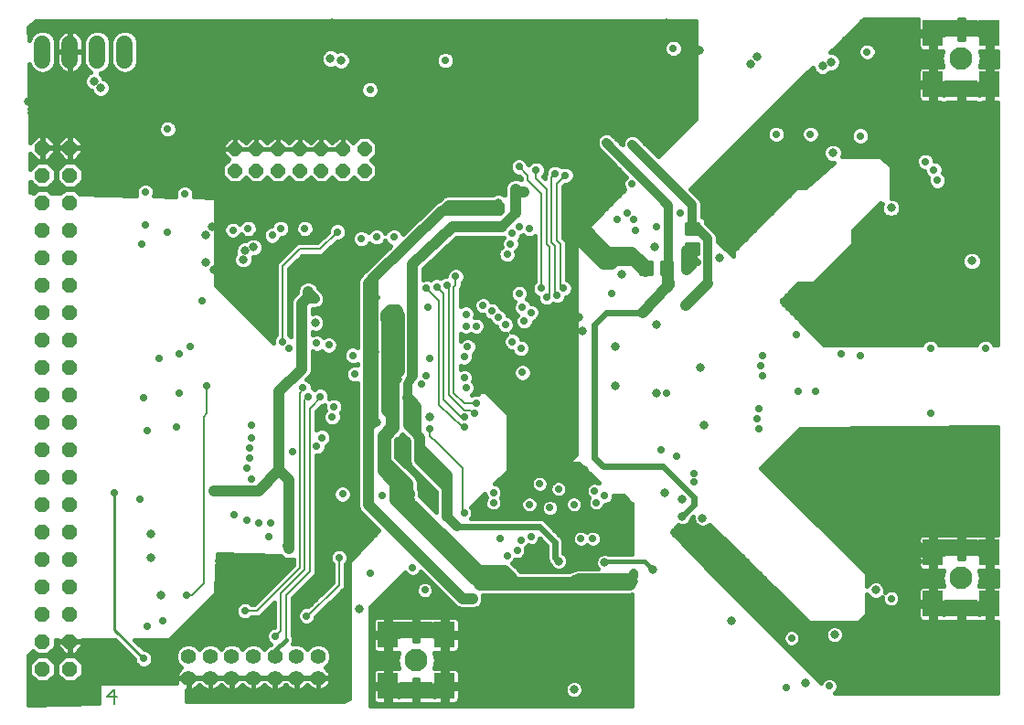
<source format=gbs>
G75*
G70*
%OFA0B0*%
%FSLAX24Y24*%
%IPPOS*%
%LPD*%
%AMOC8*
5,1,8,0,0,1.08239X$1,22.5*
%
%ADD10C,0.0070*%
%ADD11C,0.0102*%
%ADD12C,0.0554*%
%ADD13C,0.0827*%
%ADD14R,0.1200X0.0591*%
%ADD15R,0.0728X0.0930*%
%ADD16C,0.0160*%
%ADD17C,0.0600*%
%ADD18OC8,0.0560*%
%ADD19OC8,0.0515*%
%ADD20C,0.0280*%
%ADD21C,0.0320*%
%ADD22C,0.0400*%
%ADD23C,0.0240*%
%ADD24C,0.0280*%
%ADD25C,0.0320*%
%ADD26C,0.0500*%
%ADD27C,0.0080*%
%ADD28C,0.0100*%
D10*
X003753Y001339D02*
X004107Y001339D01*
X004019Y001074D02*
X004019Y001604D01*
X003753Y001339D01*
D11*
X023202Y017220D02*
X023612Y017220D01*
X023612Y016732D01*
X023202Y016732D01*
X023202Y017220D01*
X023202Y016833D02*
X023612Y016833D01*
X023612Y016934D02*
X023202Y016934D01*
X023202Y017035D02*
X023612Y017035D01*
X023612Y017136D02*
X023202Y017136D01*
X023950Y017220D02*
X024360Y017220D01*
X024360Y016732D01*
X023950Y016732D01*
X023950Y017220D01*
X023950Y016833D02*
X024360Y016833D01*
X024360Y016934D02*
X023950Y016934D01*
X023950Y017035D02*
X024360Y017035D01*
X024360Y017136D02*
X023950Y017136D01*
X024849Y017460D02*
X024849Y017870D01*
X025337Y017870D01*
X025337Y017460D01*
X024849Y017460D01*
X024849Y017561D02*
X025337Y017561D01*
X025337Y017662D02*
X024849Y017662D01*
X024849Y017763D02*
X025337Y017763D01*
X025337Y017864D02*
X024849Y017864D01*
X024849Y018208D02*
X024849Y018618D01*
X025337Y018618D01*
X025337Y018208D01*
X024849Y018208D01*
X024849Y018309D02*
X025337Y018309D01*
X025337Y018410D02*
X024849Y018410D01*
X024849Y018511D02*
X025337Y018511D01*
X025337Y018612D02*
X024849Y018612D01*
D12*
X011456Y002807D03*
X010668Y002807D03*
X009881Y002807D03*
X009093Y002807D03*
X008306Y002807D03*
X007519Y002807D03*
X006731Y002807D03*
X006731Y002020D03*
X007519Y002020D03*
X008306Y002020D03*
X009093Y002020D03*
X009881Y002020D03*
X010668Y002020D03*
X011456Y002020D03*
D13*
X015031Y002664D03*
X034906Y005664D03*
X034906Y024601D03*
D14*
X034906Y025703D03*
X034906Y023499D03*
X034906Y006766D03*
X034906Y004561D03*
X015031Y003766D03*
X015031Y001561D03*
D15*
X016064Y001729D03*
X013997Y001729D03*
X013997Y003599D03*
X016064Y003599D03*
X033872Y004728D03*
X035939Y004728D03*
X035939Y006599D03*
X033872Y006599D03*
X033872Y023666D03*
X035939Y023666D03*
X035939Y025536D03*
X033872Y025536D03*
D16*
X003468Y001101D02*
X000906Y001039D01*
X000906Y002851D01*
X001067Y003012D01*
X001207Y002871D01*
X001605Y002871D01*
X001886Y003152D01*
X001886Y003414D01*
X001946Y003414D01*
X001946Y003361D01*
X002396Y003361D01*
X002396Y003341D01*
X002396Y002891D01*
X002215Y002891D01*
X001946Y003160D01*
X001946Y003341D01*
X002396Y003341D01*
X002416Y003341D01*
X002866Y003341D01*
X002866Y003160D01*
X002596Y002891D01*
X002416Y002891D01*
X002416Y003341D01*
X002416Y003361D01*
X002866Y003361D01*
X002866Y003414D01*
X004052Y003414D01*
X004754Y002712D01*
X004754Y002658D01*
X004805Y002534D01*
X004901Y002438D01*
X005026Y002386D01*
X005161Y002386D01*
X005286Y002438D01*
X005381Y002534D01*
X005433Y002658D01*
X005433Y002794D01*
X005381Y002919D01*
X005286Y003014D01*
X005161Y003066D01*
X005107Y003066D01*
X004759Y003414D01*
X006031Y003414D01*
X007718Y005101D01*
X007781Y006539D01*
X010082Y006479D01*
X010084Y006476D01*
X010133Y006433D01*
X010179Y006387D01*
X010193Y006381D01*
X010204Y006372D01*
X010266Y006351D01*
X010326Y006326D01*
X010341Y006326D01*
X010355Y006321D01*
X010420Y006326D01*
X010486Y006326D01*
X010499Y006332D01*
X010514Y006333D01*
X010541Y006346D01*
X010541Y006138D01*
X009119Y004716D01*
X009022Y004716D01*
X008973Y004764D01*
X008849Y004816D01*
X008713Y004816D01*
X008588Y004764D01*
X008493Y004669D01*
X008441Y004544D01*
X008441Y004408D01*
X008493Y004284D01*
X008588Y004188D01*
X008713Y004136D01*
X008849Y004136D01*
X008973Y004188D01*
X009022Y004236D01*
X009266Y004236D01*
X009354Y004273D01*
X009422Y004340D01*
X009853Y004772D01*
X009853Y003878D01*
X009838Y003878D01*
X009713Y003827D01*
X009618Y003731D01*
X009566Y003606D01*
X009566Y003471D01*
X009618Y003346D01*
X009711Y003253D01*
X009611Y003212D01*
X009487Y003088D01*
X009364Y003212D01*
X009188Y003284D01*
X008999Y003284D01*
X008823Y003212D01*
X008700Y003088D01*
X008576Y003212D01*
X008401Y003284D01*
X008211Y003284D01*
X008036Y003212D01*
X007912Y003088D01*
X007789Y003212D01*
X007614Y003284D01*
X007424Y003284D01*
X007248Y003212D01*
X007125Y003088D01*
X007002Y003212D01*
X006826Y003284D01*
X006636Y003284D01*
X006461Y003212D01*
X006327Y003078D01*
X006254Y002902D01*
X006254Y002712D01*
X006327Y002537D01*
X006461Y002403D01*
X006473Y002398D01*
X006433Y002369D01*
X006383Y002318D01*
X006340Y002259D01*
X006308Y002195D01*
X006285Y002127D01*
X006274Y002056D01*
X006274Y002028D01*
X006722Y002028D01*
X006722Y002011D01*
X006274Y002011D01*
X006274Y001984D01*
X006285Y001913D01*
X006305Y001851D01*
X003468Y001851D01*
X003468Y001101D01*
X003468Y001229D02*
X000906Y001229D01*
X000906Y001071D02*
X002222Y001071D01*
X002207Y001871D02*
X002605Y001871D01*
X002886Y002152D01*
X002886Y002550D01*
X002605Y002831D01*
X002207Y002831D01*
X001926Y002550D01*
X001926Y002152D01*
X002207Y001871D01*
X002056Y002022D02*
X001756Y002022D01*
X001886Y002152D02*
X001605Y001871D01*
X001207Y001871D01*
X000926Y002152D01*
X000926Y002550D01*
X001207Y002831D01*
X001605Y002831D01*
X001886Y002550D01*
X001886Y002152D01*
X001886Y002180D02*
X001926Y002180D01*
X001926Y002339D02*
X001886Y002339D01*
X001886Y002498D02*
X001926Y002498D01*
X002032Y002656D02*
X001780Y002656D01*
X001621Y002815D02*
X002191Y002815D01*
X002133Y002973D02*
X001707Y002973D01*
X001865Y003132D02*
X001975Y003132D01*
X001946Y003290D02*
X001886Y003290D01*
X002396Y003290D02*
X002416Y003290D01*
X002416Y003132D02*
X002396Y003132D01*
X002396Y002973D02*
X002416Y002973D01*
X002621Y002815D02*
X004651Y002815D01*
X004755Y002656D02*
X002780Y002656D01*
X002886Y002498D02*
X004841Y002498D01*
X005346Y002498D02*
X006366Y002498D01*
X006404Y002339D02*
X002886Y002339D01*
X002886Y002180D02*
X006303Y002180D01*
X006722Y002022D02*
X002756Y002022D01*
X003468Y001705D02*
X000906Y001705D01*
X000906Y001863D02*
X006301Y001863D01*
X006723Y001863D02*
X006740Y001863D01*
X006740Y002011D02*
X006740Y001563D01*
X006767Y001563D01*
X006838Y001574D01*
X006907Y001596D01*
X006971Y001629D01*
X007029Y001671D01*
X007080Y001722D01*
X007122Y001780D01*
X007125Y001786D01*
X007128Y001780D01*
X007170Y001722D01*
X007221Y001671D01*
X007279Y001629D01*
X007343Y001596D01*
X007412Y001574D01*
X007483Y001563D01*
X007510Y001563D01*
X007510Y002011D01*
X007527Y002011D01*
X007527Y001563D01*
X007555Y001563D01*
X007626Y001574D01*
X007694Y001596D01*
X007758Y001629D01*
X007816Y001671D01*
X007867Y001722D01*
X007910Y001780D01*
X007912Y001786D01*
X007915Y001780D01*
X007957Y001722D01*
X008008Y001671D01*
X008066Y001629D01*
X008131Y001596D01*
X008199Y001574D01*
X008270Y001563D01*
X008297Y001563D01*
X008297Y002011D01*
X008297Y002028D01*
X007976Y002028D01*
X007528Y002028D01*
X007528Y002011D01*
X007976Y002011D01*
X008297Y002011D01*
X008315Y002011D01*
X008763Y002011D01*
X009085Y002011D01*
X009085Y001563D01*
X009057Y001563D01*
X008986Y001574D01*
X008918Y001596D01*
X008854Y001629D01*
X008796Y001671D01*
X008745Y001722D01*
X008702Y001780D01*
X008700Y001786D01*
X008697Y001780D01*
X008655Y001722D01*
X008604Y001671D01*
X008546Y001629D01*
X008482Y001596D01*
X008413Y001574D01*
X008342Y001563D01*
X008315Y001563D01*
X008315Y002011D01*
X008315Y002028D01*
X008763Y002028D01*
X009085Y002028D01*
X009085Y002011D01*
X009102Y002011D01*
X009102Y001563D01*
X009129Y001563D01*
X009201Y001574D01*
X009269Y001596D01*
X009333Y001629D01*
X009391Y001671D01*
X009442Y001722D01*
X009484Y001780D01*
X009487Y001786D01*
X009490Y001780D01*
X009532Y001722D01*
X009583Y001671D01*
X009641Y001629D01*
X009705Y001596D01*
X009774Y001574D01*
X009845Y001563D01*
X009872Y001563D01*
X009872Y002011D01*
X009872Y002028D01*
X009424Y002028D01*
X009102Y002028D01*
X009102Y002011D01*
X009551Y002011D01*
X009872Y002011D01*
X009890Y002011D01*
X010338Y002011D01*
X010659Y002011D01*
X010659Y002028D01*
X010338Y002028D01*
X009890Y002028D01*
X009890Y002011D01*
X009890Y001563D01*
X009917Y001563D01*
X009988Y001574D01*
X010056Y001596D01*
X010120Y001629D01*
X010179Y001671D01*
X010230Y001722D01*
X010272Y001780D01*
X010275Y001786D01*
X010277Y001780D01*
X010320Y001722D01*
X010370Y001671D01*
X010429Y001629D01*
X010493Y001596D01*
X010561Y001574D01*
X010632Y001563D01*
X010660Y001563D01*
X010660Y002011D01*
X010677Y002011D01*
X010677Y001563D01*
X010704Y001563D01*
X010775Y001574D01*
X010844Y001596D01*
X010908Y001629D01*
X010966Y001671D01*
X011017Y001722D01*
X011059Y001780D01*
X011062Y001786D01*
X011065Y001780D01*
X011107Y001722D01*
X011158Y001671D01*
X011216Y001629D01*
X011280Y001596D01*
X011349Y001574D01*
X011420Y001563D01*
X011447Y001563D01*
X011447Y002011D01*
X011464Y002011D01*
X011464Y001563D01*
X011492Y001563D01*
X011563Y001574D01*
X011631Y001596D01*
X011695Y001629D01*
X011754Y001671D01*
X011804Y001722D01*
X011847Y001780D01*
X011879Y001844D01*
X011902Y001913D01*
X011913Y001984D01*
X011913Y002011D01*
X011465Y002011D01*
X011465Y002028D01*
X011913Y002028D01*
X011913Y002056D01*
X011902Y002127D01*
X011879Y002195D01*
X011847Y002259D01*
X011804Y002318D01*
X011754Y002369D01*
X011714Y002398D01*
X011726Y002403D01*
X011860Y002537D01*
X011933Y002712D01*
X011933Y002902D01*
X011860Y003078D01*
X011726Y003212D01*
X011551Y003284D01*
X011361Y003284D01*
X011185Y003212D01*
X011062Y003088D01*
X010939Y003212D01*
X010763Y003284D01*
X010573Y003284D01*
X010522Y003263D01*
X010561Y003358D01*
X010561Y003469D01*
X010521Y003566D01*
X010521Y004939D01*
X011359Y005778D01*
X011396Y005866D01*
X011396Y005961D01*
X011396Y010136D01*
X011474Y010136D01*
X011598Y010188D01*
X011694Y010284D01*
X011746Y010408D01*
X011746Y010484D01*
X011786Y010500D01*
X011881Y010596D01*
X011933Y010721D01*
X011933Y010856D01*
X011881Y010981D01*
X011786Y011077D01*
X011661Y011128D01*
X011526Y011128D01*
X011401Y011077D01*
X011396Y011072D01*
X011396Y011752D01*
X011422Y011778D01*
X011422Y011778D01*
X011593Y011949D01*
X011599Y011949D01*
X011694Y011988D01*
X011691Y011981D01*
X011691Y011846D01*
X011722Y011772D01*
X011680Y011731D01*
X011629Y011606D01*
X011629Y011471D01*
X011680Y011346D01*
X011776Y011250D01*
X011901Y011199D01*
X012036Y011199D01*
X012161Y011250D01*
X012256Y011346D01*
X012308Y011471D01*
X012308Y011606D01*
X012278Y011680D01*
X012319Y011721D01*
X012371Y011846D01*
X012371Y011981D01*
X012319Y012106D01*
X012223Y012202D01*
X012099Y012253D01*
X011963Y012253D01*
X011868Y012214D01*
X011871Y012221D01*
X011871Y012356D01*
X011819Y012481D01*
X011723Y012577D01*
X011599Y012628D01*
X011463Y012628D01*
X011338Y012577D01*
X011312Y012550D01*
X011286Y012577D01*
X011246Y012593D01*
X011246Y012669D01*
X011194Y012794D01*
X011098Y012889D01*
X011036Y012915D01*
X011182Y013062D01*
X011243Y013209D01*
X011243Y013368D01*
X011243Y013926D01*
X011338Y013886D01*
X011474Y013886D01*
X011591Y013935D01*
X011651Y013875D01*
X011776Y013824D01*
X011911Y013824D01*
X012036Y013875D01*
X012131Y013971D01*
X012183Y014096D01*
X012183Y014231D01*
X012131Y014356D01*
X012036Y014452D01*
X011911Y014503D01*
X011776Y014503D01*
X011658Y014455D01*
X011598Y014514D01*
X011474Y014566D01*
X011338Y014566D01*
X011243Y014526D01*
X011243Y014628D01*
X011272Y014616D01*
X011415Y014616D01*
X011547Y014671D01*
X011649Y014772D01*
X011703Y014904D01*
X011703Y015048D01*
X011649Y015180D01*
X011547Y015281D01*
X011415Y015336D01*
X011272Y015336D01*
X011243Y015324D01*
X011243Y015492D01*
X011270Y015492D01*
X011272Y015491D01*
X011415Y015491D01*
X011547Y015546D01*
X011649Y015647D01*
X011703Y015779D01*
X011703Y015923D01*
X011649Y016055D01*
X011472Y016231D01*
X011432Y016328D01*
X011320Y016440D01*
X011173Y016501D01*
X011014Y016501D01*
X010867Y016440D01*
X010754Y016328D01*
X010693Y016181D01*
X010693Y016079D01*
X010692Y016078D01*
X010617Y016003D01*
X010504Y015890D01*
X010443Y015743D01*
X010443Y014482D01*
X010396Y014529D01*
X010396Y016741D01*
X010396Y016741D01*
X010396Y016794D01*
X010396Y016836D01*
X010396Y016836D01*
X010396Y016845D01*
X010396Y016939D01*
X010880Y017424D01*
X011483Y017424D01*
X011579Y017424D01*
X011581Y017425D01*
X011667Y017460D01*
X011734Y017528D01*
X011734Y017528D01*
X012156Y017949D01*
X012224Y017949D01*
X012348Y018000D01*
X012444Y018096D01*
X012496Y018221D01*
X012496Y018356D01*
X012444Y018481D01*
X012348Y018577D01*
X012224Y018628D01*
X012088Y018628D01*
X011963Y018577D01*
X011868Y018481D01*
X011816Y018356D01*
X011816Y018288D01*
X011432Y017904D01*
X010733Y017904D01*
X010645Y017867D01*
X010577Y017799D01*
X009952Y017174D01*
X009916Y017086D01*
X009916Y016991D01*
X009916Y016899D01*
X009916Y016899D01*
X009916Y016847D01*
X009916Y016803D01*
X009916Y016803D01*
X009916Y016793D01*
X009916Y014529D01*
X009868Y014481D01*
X009816Y014356D01*
X009816Y014253D01*
X009718Y014351D01*
X009718Y014351D01*
X007718Y016351D01*
X007718Y019539D01*
X006919Y019561D01*
X006933Y019596D01*
X006933Y019731D01*
X006881Y019856D01*
X006786Y019952D01*
X006661Y020003D01*
X006526Y020003D01*
X006401Y019952D01*
X006305Y019856D01*
X006254Y019731D01*
X006254Y019596D01*
X006261Y019579D01*
X005472Y019601D01*
X005496Y019658D01*
X005496Y019794D01*
X005444Y019919D01*
X005348Y020014D01*
X005224Y020066D01*
X005088Y020066D01*
X004963Y020014D01*
X004868Y019919D01*
X004816Y019794D01*
X004816Y019658D01*
X004833Y019619D01*
X002759Y019676D01*
X002605Y019831D01*
X002207Y019831D01*
X002071Y019695D01*
X001731Y019705D01*
X001605Y019831D01*
X001207Y019831D01*
X001099Y019722D01*
X000968Y019726D01*
X000964Y020114D01*
X001207Y019871D01*
X001605Y019871D01*
X001886Y020152D01*
X001886Y020550D01*
X001605Y020831D01*
X001207Y020831D01*
X000959Y020583D01*
X000954Y021153D01*
X001215Y020891D01*
X001396Y020891D01*
X001396Y021341D01*
X001416Y021341D01*
X001866Y021341D01*
X001866Y021160D01*
X001596Y020891D01*
X001416Y020891D01*
X001416Y021341D01*
X001416Y021361D01*
X001866Y021361D01*
X001866Y021542D01*
X001596Y021811D01*
X001416Y021811D01*
X001416Y021361D01*
X001396Y021361D01*
X001396Y021811D01*
X001215Y021811D01*
X000949Y021545D01*
X000920Y024419D01*
X000982Y024268D01*
X001123Y024127D01*
X001306Y024051D01*
X001505Y024051D01*
X001689Y024127D01*
X001830Y024268D01*
X001906Y024452D01*
X001906Y025250D01*
X001830Y025434D01*
X001689Y025575D01*
X001505Y025651D01*
X001306Y025651D01*
X001123Y025575D01*
X000982Y025434D01*
X000911Y025262D01*
X000906Y025726D01*
X001156Y025976D01*
X025218Y025976D01*
X025218Y022414D01*
X023848Y021043D01*
X023211Y021680D01*
X023110Y021781D01*
X022978Y021836D01*
X022834Y021836D01*
X022702Y021781D01*
X022601Y021680D01*
X022546Y021548D01*
X022546Y021461D01*
X022275Y021740D01*
X022274Y021742D01*
X022225Y021791D01*
X022176Y021841D01*
X022174Y021842D01*
X022172Y021844D01*
X022109Y021870D01*
X022045Y021897D01*
X022042Y021898D01*
X022040Y021899D01*
X021972Y021899D01*
X021902Y021899D01*
X021899Y021899D01*
X021897Y021899D01*
X021833Y021872D01*
X021769Y021846D01*
X021767Y021845D01*
X021764Y021844D01*
X021716Y021795D01*
X021666Y021747D01*
X021665Y021744D01*
X021663Y021742D01*
X021637Y021679D01*
X021609Y021615D01*
X021609Y021612D01*
X021608Y021610D01*
X021608Y021542D01*
X021607Y021472D01*
X021608Y021469D01*
X021608Y021467D01*
X021635Y021403D01*
X021660Y021339D01*
X021662Y021337D01*
X021663Y021335D01*
X021712Y021286D01*
X022679Y020292D01*
X022618Y020231D01*
X022566Y020106D01*
X022566Y019971D01*
X022618Y019846D01*
X022634Y019829D01*
X020843Y018039D01*
X020843Y010164D01*
X020343Y009664D01*
X018396Y009664D01*
X018396Y011491D01*
X018396Y011586D01*
X018359Y011674D01*
X017604Y012429D01*
X017516Y012466D01*
X017421Y012466D01*
X017332Y012429D01*
X017281Y012378D01*
X017151Y012378D01*
X017066Y012343D01*
X017131Y012409D01*
X017183Y012533D01*
X017183Y012669D01*
X017131Y012794D01*
X017090Y012835D01*
X017121Y012908D01*
X017121Y013044D01*
X017069Y013169D01*
X016973Y013264D01*
X016849Y013316D01*
X016713Y013316D01*
X016646Y013288D01*
X016646Y013414D01*
X016713Y013386D01*
X016849Y013386D01*
X016973Y013438D01*
X017069Y013534D01*
X017121Y013658D01*
X017121Y013794D01*
X017109Y013823D01*
X017194Y013909D01*
X017246Y014033D01*
X017246Y014169D01*
X017194Y014294D01*
X017098Y014389D01*
X016974Y014441D01*
X016838Y014441D01*
X016713Y014389D01*
X016646Y014322D01*
X016646Y014568D01*
X016651Y014563D01*
X016776Y014511D01*
X016911Y014511D01*
X017031Y014561D01*
X017151Y014511D01*
X017286Y014511D01*
X017411Y014563D01*
X017506Y014659D01*
X017558Y014783D01*
X017558Y014919D01*
X017506Y015044D01*
X017411Y015139D01*
X017286Y015191D01*
X017171Y015191D01*
X017183Y015221D01*
X017183Y015356D01*
X017131Y015481D01*
X017036Y015577D01*
X016911Y015628D01*
X016776Y015628D01*
X016651Y015577D01*
X016646Y015572D01*
X016646Y016189D01*
X016672Y016215D01*
X016672Y016215D01*
X016672Y016215D01*
X016678Y016229D01*
X016708Y016303D01*
X016708Y016423D01*
X016756Y016471D01*
X016808Y016596D01*
X016808Y016731D01*
X016756Y016856D01*
X016661Y016952D01*
X016536Y017003D01*
X016401Y017003D01*
X016276Y016952D01*
X016180Y016856D01*
X016129Y016731D01*
X016129Y016691D01*
X016088Y016691D01*
X015963Y016639D01*
X015922Y016598D01*
X015849Y016628D01*
X015713Y016628D01*
X015588Y016577D01*
X015547Y016535D01*
X015474Y016566D01*
X015338Y016566D01*
X015306Y016552D01*
X015306Y016930D01*
X016504Y018076D01*
X018213Y018076D01*
X018180Y018044D01*
X018129Y017919D01*
X018129Y017783D01*
X018141Y017754D01*
X018055Y017669D01*
X018004Y017544D01*
X018004Y017408D01*
X018055Y017284D01*
X018151Y017188D01*
X018276Y017136D01*
X018411Y017136D01*
X018536Y017188D01*
X018631Y017284D01*
X018683Y017408D01*
X018683Y017544D01*
X018671Y017573D01*
X018756Y017659D01*
X018808Y017783D01*
X018808Y017919D01*
X018778Y017992D01*
X018819Y018034D01*
X018864Y018143D01*
X018922Y018167D01*
X018963Y018125D01*
X019088Y018074D01*
X019224Y018074D01*
X019348Y018125D01*
X019353Y018130D01*
X019353Y016467D01*
X019305Y016419D01*
X019254Y016294D01*
X019254Y016158D01*
X019305Y016034D01*
X019401Y015938D01*
X019441Y015921D01*
X019441Y015846D01*
X019493Y015721D01*
X019588Y015625D01*
X019713Y015574D01*
X019849Y015574D01*
X019973Y015625D01*
X020015Y015667D01*
X020088Y015636D01*
X020224Y015636D01*
X020348Y015688D01*
X020444Y015784D01*
X020489Y015893D01*
X020598Y015938D01*
X020694Y016034D01*
X020746Y016158D01*
X020746Y016294D01*
X020694Y016419D01*
X020598Y016514D01*
X020521Y016546D01*
X020521Y017803D01*
X020521Y017899D01*
X020484Y017987D01*
X020396Y018075D01*
X020396Y019939D01*
X020468Y020011D01*
X020536Y020011D01*
X020661Y020063D01*
X020756Y020159D01*
X020808Y020283D01*
X020808Y020419D01*
X020756Y020544D01*
X020661Y020639D01*
X020536Y020691D01*
X020401Y020691D01*
X020327Y020660D01*
X020286Y020702D01*
X020161Y020753D01*
X020026Y020753D01*
X019901Y020702D01*
X019805Y020606D01*
X019754Y020481D01*
X019754Y020397D01*
X019728Y020336D01*
X019728Y020243D01*
X019660Y020312D01*
X019694Y020346D01*
X019746Y020471D01*
X019746Y020606D01*
X019694Y020731D01*
X019598Y020827D01*
X019474Y020878D01*
X019338Y020878D01*
X019213Y020827D01*
X019120Y020733D01*
X019069Y020856D01*
X018973Y020952D01*
X018849Y021003D01*
X018713Y021003D01*
X018588Y020952D01*
X018493Y020856D01*
X018441Y020731D01*
X018441Y020596D01*
X018493Y020471D01*
X018588Y020375D01*
X018713Y020324D01*
X018781Y020324D01*
X018853Y020252D01*
X018853Y020202D01*
X018736Y020251D01*
X018576Y020251D01*
X018429Y020190D01*
X018317Y020078D01*
X018256Y019931D01*
X018256Y019771D01*
X018256Y019635D01*
X018235Y019656D01*
X018103Y019711D01*
X017959Y019711D01*
X017827Y019656D01*
X017819Y019649D01*
X016147Y019649D01*
X016014Y019594D01*
X015913Y019492D01*
X015838Y019417D01*
X015746Y019380D01*
X014542Y018207D01*
X014506Y018294D01*
X014411Y018389D01*
X014286Y018441D01*
X014151Y018441D01*
X014026Y018389D01*
X013930Y018294D01*
X013906Y018235D01*
X013882Y018294D01*
X013786Y018389D01*
X013661Y018441D01*
X013526Y018441D01*
X013401Y018389D01*
X013305Y018294D01*
X013291Y018259D01*
X013223Y018327D01*
X013099Y018378D01*
X012963Y018378D01*
X012838Y018327D01*
X012743Y018231D01*
X012691Y018106D01*
X012691Y017971D01*
X012743Y017846D01*
X012838Y017750D01*
X012963Y017699D01*
X013099Y017699D01*
X013223Y017750D01*
X013319Y017846D01*
X013333Y017881D01*
X013401Y017813D01*
X013526Y017761D01*
X013661Y017761D01*
X013786Y017813D01*
X013882Y017909D01*
X013906Y017967D01*
X013930Y017909D01*
X014026Y017813D01*
X014105Y017780D01*
X013309Y017005D01*
X013304Y017003D01*
X013242Y016940D01*
X013242Y016940D01*
X013187Y016886D01*
X013132Y016832D01*
X013131Y016829D01*
X013129Y016828D01*
X013129Y016828D01*
X012942Y016640D01*
X012881Y016493D01*
X012881Y016334D01*
X012881Y014089D01*
X012786Y014128D01*
X012651Y014128D01*
X012526Y014077D01*
X012430Y013981D01*
X012379Y013856D01*
X012379Y013721D01*
X012430Y013596D01*
X012526Y013500D01*
X012651Y013449D01*
X012786Y013449D01*
X012881Y013488D01*
X012881Y013427D01*
X012849Y013441D01*
X012713Y013441D01*
X012588Y013389D01*
X012493Y013294D01*
X012441Y013169D01*
X012441Y013033D01*
X012493Y012909D01*
X012588Y012813D01*
X012713Y012761D01*
X012849Y012761D01*
X012881Y012775D01*
X012881Y011084D01*
X012881Y008271D01*
X012942Y008124D01*
X013054Y008012D01*
X013054Y008012D01*
X013367Y007699D01*
X013367Y007699D01*
X013663Y007403D01*
X012593Y006289D01*
X012593Y001289D01*
X012406Y001164D01*
X006656Y001164D01*
X006656Y001569D01*
X006695Y001563D01*
X006723Y001563D01*
X006723Y002011D01*
X006740Y002011D01*
X007188Y002011D01*
X007510Y002011D01*
X007510Y002028D01*
X007188Y002028D01*
X006740Y002028D01*
X006740Y002011D01*
X006740Y002022D02*
X007510Y002022D01*
X007528Y002022D02*
X008297Y002022D01*
X008315Y002022D02*
X009085Y002022D01*
X009102Y002022D02*
X009872Y002022D01*
X009890Y002022D02*
X010659Y002022D01*
X010677Y002022D02*
X011447Y002022D01*
X011447Y002028D02*
X011125Y002028D01*
X010677Y002028D01*
X010677Y002011D01*
X011125Y002011D01*
X011447Y002011D01*
X011447Y002028D01*
X011465Y002022D02*
X012593Y002022D01*
X012593Y002180D02*
X011884Y002180D01*
X011783Y002339D02*
X012593Y002339D01*
X012593Y002498D02*
X011821Y002498D01*
X011910Y002656D02*
X012593Y002656D01*
X012593Y002815D02*
X011933Y002815D01*
X011903Y002973D02*
X012593Y002973D01*
X012593Y003132D02*
X011806Y003132D01*
X011105Y003132D02*
X011019Y003132D01*
X010533Y003290D02*
X012593Y003290D01*
X012593Y003449D02*
X010561Y003449D01*
X010521Y003607D02*
X012593Y003607D01*
X012593Y003766D02*
X010521Y003766D01*
X010521Y003924D02*
X012593Y003924D01*
X012593Y004083D02*
X011306Y004083D01*
X011319Y004096D02*
X011223Y004000D01*
X011099Y003949D01*
X010963Y003949D01*
X010838Y004000D01*
X010743Y004096D01*
X010691Y004221D01*
X010691Y004356D01*
X010743Y004481D01*
X010838Y004577D01*
X010963Y004628D01*
X011094Y004628D01*
X011978Y005513D01*
X011978Y006173D01*
X011930Y006221D01*
X011879Y006346D01*
X011879Y006481D01*
X011930Y006606D01*
X012026Y006702D01*
X012151Y006753D01*
X012286Y006753D01*
X012411Y006702D01*
X012506Y006606D01*
X012558Y006481D01*
X012558Y006346D01*
X012506Y006221D01*
X012458Y006173D01*
X012458Y005461D01*
X012458Y005366D01*
X012422Y005278D01*
X011371Y004226D01*
X011371Y004221D01*
X011319Y004096D01*
X011386Y004241D02*
X012593Y004241D01*
X012593Y004400D02*
X011544Y004400D01*
X011703Y004559D02*
X012593Y004559D01*
X012593Y004717D02*
X011861Y004717D01*
X012020Y004876D02*
X012593Y004876D01*
X012593Y005034D02*
X012179Y005034D01*
X012337Y005193D02*
X012593Y005193D01*
X012593Y005351D02*
X012452Y005351D01*
X012458Y005510D02*
X012593Y005510D01*
X012593Y005668D02*
X012458Y005668D01*
X012458Y005827D02*
X012593Y005827D01*
X012593Y005985D02*
X012458Y005985D01*
X012458Y006144D02*
X012593Y006144D01*
X012607Y006303D02*
X012540Y006303D01*
X012558Y006461D02*
X012759Y006461D01*
X012911Y006620D02*
X012493Y006620D01*
X011944Y006620D02*
X011396Y006620D01*
X011396Y006778D02*
X013063Y006778D01*
X013216Y006937D02*
X011396Y006937D01*
X011396Y007095D02*
X013368Y007095D01*
X013520Y007254D02*
X011396Y007254D01*
X011396Y007412D02*
X013654Y007412D01*
X013495Y007571D02*
X011396Y007571D01*
X011396Y007729D02*
X013337Y007729D01*
X013178Y007888D02*
X011396Y007888D01*
X011396Y008047D02*
X013020Y008047D01*
X012908Y008205D02*
X011396Y008205D01*
X011396Y008364D02*
X012881Y008364D01*
X012881Y008522D02*
X012620Y008522D01*
X012631Y008534D02*
X012536Y008438D01*
X012411Y008386D01*
X012276Y008386D01*
X012151Y008438D01*
X012055Y008534D01*
X012004Y008658D01*
X012004Y008794D01*
X012055Y008919D01*
X012151Y009014D01*
X012276Y009066D01*
X012411Y009066D01*
X012536Y009014D01*
X012631Y008919D01*
X012683Y008794D01*
X012683Y008658D01*
X012631Y008534D01*
X012683Y008681D02*
X012881Y008681D01*
X012881Y008839D02*
X012664Y008839D01*
X012552Y008998D02*
X012881Y008998D01*
X012881Y009156D02*
X011396Y009156D01*
X011396Y008998D02*
X012135Y008998D01*
X012022Y008839D02*
X011396Y008839D01*
X011396Y008681D02*
X012004Y008681D01*
X012067Y008522D02*
X011396Y008522D01*
X011396Y009315D02*
X012881Y009315D01*
X012881Y009473D02*
X011396Y009473D01*
X011396Y009632D02*
X012881Y009632D01*
X012881Y009791D02*
X011396Y009791D01*
X011396Y009949D02*
X012881Y009949D01*
X012881Y010108D02*
X011396Y010108D01*
X011677Y010266D02*
X012881Y010266D01*
X012881Y010425D02*
X011746Y010425D01*
X011869Y010583D02*
X012881Y010583D01*
X012881Y010742D02*
X011933Y010742D01*
X011915Y010900D02*
X012881Y010900D01*
X012881Y011059D02*
X011804Y011059D01*
X011856Y011217D02*
X011396Y011217D01*
X011396Y011376D02*
X011668Y011376D01*
X011629Y011534D02*
X011396Y011534D01*
X011396Y011693D02*
X011665Y011693D01*
X011691Y011852D02*
X011496Y011852D01*
X011871Y012327D02*
X012881Y012327D01*
X012881Y012169D02*
X012256Y012169D01*
X012359Y012010D02*
X012881Y012010D01*
X012881Y011852D02*
X012371Y011852D01*
X012291Y011693D02*
X012881Y011693D01*
X012881Y011534D02*
X012308Y011534D01*
X012269Y011376D02*
X012881Y011376D01*
X012881Y011217D02*
X012081Y011217D01*
X011814Y012486D02*
X012881Y012486D01*
X012881Y012644D02*
X011246Y012644D01*
X011185Y012803D02*
X012613Y012803D01*
X012471Y012961D02*
X011082Y012961D01*
X011207Y013120D02*
X012441Y013120D01*
X012487Y013278D02*
X011243Y013278D01*
X011243Y013437D02*
X012704Y013437D01*
X012858Y013437D02*
X012881Y013437D01*
X012431Y013596D02*
X011243Y013596D01*
X011243Y013754D02*
X012379Y013754D01*
X012402Y013913D02*
X012073Y013913D01*
X012173Y014071D02*
X012521Y014071D01*
X012183Y014230D02*
X012881Y014230D01*
X012881Y014388D02*
X012099Y014388D01*
X011519Y014547D02*
X012881Y014547D01*
X012881Y014705D02*
X011582Y014705D01*
X011687Y014864D02*
X012881Y014864D01*
X012881Y015022D02*
X011703Y015022D01*
X011648Y015181D02*
X012881Y015181D01*
X012881Y015340D02*
X011243Y015340D01*
X011432Y015498D02*
X012881Y015498D01*
X012881Y015657D02*
X011653Y015657D01*
X011703Y015815D02*
X012881Y015815D01*
X012881Y015974D02*
X011682Y015974D01*
X011571Y016132D02*
X012881Y016132D01*
X012881Y016291D02*
X011448Y016291D01*
X011298Y016449D02*
X012881Y016449D01*
X012928Y016608D02*
X010396Y016608D01*
X010396Y016766D02*
X013068Y016766D01*
X013227Y016925D02*
X010396Y016925D01*
X010540Y017084D02*
X013390Y017084D01*
X013553Y017242D02*
X010699Y017242D01*
X010857Y017401D02*
X013715Y017401D01*
X013878Y017559D02*
X011766Y017559D01*
X011924Y017718D02*
X012918Y017718D01*
X013144Y017718D02*
X014041Y017718D01*
X013963Y017876D02*
X013849Y017876D01*
X013823Y018352D02*
X013989Y018352D01*
X014448Y018352D02*
X014691Y018352D01*
X014854Y018510D02*
X012415Y018510D01*
X012496Y018352D02*
X012899Y018352D01*
X012727Y018193D02*
X012484Y018193D01*
X012383Y018035D02*
X012691Y018035D01*
X012730Y017876D02*
X012083Y017876D01*
X011563Y018035D02*
X010095Y018035D01*
X010112Y018074D02*
X010069Y017971D01*
X009973Y017875D01*
X009849Y017824D01*
X009713Y017824D01*
X009588Y017875D01*
X009493Y017971D01*
X009441Y018096D01*
X009441Y018231D01*
X009493Y018356D01*
X009588Y018452D01*
X009713Y018503D01*
X009763Y018503D01*
X009805Y018606D01*
X009901Y018702D01*
X010026Y018753D01*
X010161Y018753D01*
X010286Y018702D01*
X010381Y018606D01*
X010433Y018481D01*
X010433Y018346D01*
X010381Y018221D01*
X010286Y018125D01*
X010161Y018074D01*
X010112Y018074D01*
X009974Y017876D02*
X010667Y017876D01*
X010496Y017718D02*
X009453Y017718D01*
X009453Y017654D02*
X009399Y017522D01*
X009297Y017421D01*
X009165Y017366D01*
X009076Y017366D01*
X009078Y017360D01*
X009078Y017217D01*
X009024Y017085D01*
X008922Y016983D01*
X008790Y016929D01*
X008647Y016929D01*
X008514Y016983D01*
X008413Y017085D01*
X008358Y017217D01*
X008358Y017360D01*
X008413Y017492D01*
X008430Y017509D01*
X008421Y017529D01*
X008421Y017673D01*
X008476Y017805D01*
X008577Y017906D01*
X008709Y017961D01*
X008819Y017961D01*
X008889Y018031D01*
X009022Y018086D01*
X009165Y018086D01*
X009297Y018031D01*
X009399Y017930D01*
X009453Y017798D01*
X009453Y017654D01*
X009414Y017559D02*
X010337Y017559D01*
X010179Y017401D02*
X009249Y017401D01*
X009078Y017242D02*
X010020Y017242D01*
X009916Y017084D02*
X009022Y017084D01*
X008414Y017084D02*
X007718Y017084D01*
X007718Y017242D02*
X008358Y017242D01*
X008375Y017401D02*
X007718Y017401D01*
X007718Y017559D02*
X008421Y017559D01*
X008440Y017718D02*
X007718Y017718D01*
X007718Y017876D02*
X008547Y017876D01*
X008468Y018035D02*
X008898Y018035D01*
X008838Y018074D02*
X008713Y018125D01*
X008646Y018193D01*
X008631Y018159D01*
X008536Y018063D01*
X008411Y018011D01*
X008276Y018011D01*
X008151Y018063D01*
X008055Y018159D01*
X008004Y018283D01*
X008004Y018419D01*
X008055Y018544D01*
X008151Y018639D01*
X008276Y018691D01*
X008411Y018691D01*
X008536Y018639D01*
X008604Y018571D01*
X008618Y018606D01*
X008713Y018702D01*
X008838Y018753D01*
X008974Y018753D01*
X009098Y018702D01*
X009194Y018606D01*
X009246Y018481D01*
X009246Y018346D01*
X009194Y018221D01*
X009098Y018125D01*
X008974Y018074D01*
X008838Y018074D01*
X009166Y018193D02*
X009441Y018193D01*
X009466Y018035D02*
X009289Y018035D01*
X009421Y017876D02*
X009588Y017876D01*
X009491Y018352D02*
X009246Y018352D01*
X009234Y018510D02*
X009766Y018510D01*
X009868Y018669D02*
X009131Y018669D01*
X008681Y018669D02*
X008464Y018669D01*
X008223Y018669D02*
X007718Y018669D01*
X007718Y018827D02*
X015179Y018827D01*
X015016Y018669D02*
X011194Y018669D01*
X011161Y018702D02*
X011256Y018606D01*
X011308Y018481D01*
X011308Y018346D01*
X011256Y018221D01*
X011161Y018125D01*
X011036Y018074D01*
X010901Y018074D01*
X010776Y018125D01*
X010680Y018221D01*
X010629Y018346D01*
X010629Y018481D01*
X010680Y018606D01*
X010776Y018702D01*
X010901Y018753D01*
X011036Y018753D01*
X011161Y018702D01*
X011296Y018510D02*
X011897Y018510D01*
X011816Y018352D02*
X011308Y018352D01*
X011229Y018193D02*
X011721Y018193D01*
X010708Y018193D02*
X010354Y018193D01*
X010433Y018352D02*
X010629Y018352D01*
X010641Y018510D02*
X010421Y018510D01*
X010319Y018669D02*
X010743Y018669D01*
X010591Y020062D02*
X010970Y020062D01*
X011175Y020267D01*
X011379Y020062D01*
X011758Y020062D01*
X011962Y020267D01*
X012166Y020062D01*
X012545Y020062D01*
X012749Y020267D01*
X012954Y020062D01*
X013333Y020062D01*
X013601Y020330D01*
X013601Y020709D01*
X013396Y020914D01*
X013601Y021118D01*
X013601Y021497D01*
X013333Y021765D01*
X012954Y021765D01*
X012735Y021546D01*
X012537Y021745D01*
X012356Y021745D01*
X012356Y021308D01*
X012356Y021308D01*
X012356Y021745D01*
X012175Y021745D01*
X011962Y021532D01*
X011750Y021745D01*
X011569Y021745D01*
X011569Y021308D01*
X011568Y021308D01*
X011568Y021745D01*
X011387Y021745D01*
X011175Y021532D01*
X010962Y021745D01*
X010781Y021745D01*
X010781Y021308D01*
X010781Y021308D01*
X010781Y021745D01*
X010600Y021745D01*
X010387Y021532D01*
X010175Y021745D01*
X009994Y021745D01*
X009994Y021308D01*
X009993Y021308D01*
X009993Y021745D01*
X009812Y021745D01*
X009600Y021532D01*
X009387Y021745D01*
X009206Y021745D01*
X009206Y021308D01*
X009206Y021308D01*
X009206Y021745D01*
X009025Y021745D01*
X008812Y021532D01*
X008600Y021745D01*
X008419Y021745D01*
X008419Y021308D01*
X008419Y021308D01*
X008419Y021745D01*
X008238Y021745D01*
X007981Y021488D01*
X007981Y021307D01*
X008418Y021307D01*
X008418Y021307D01*
X007981Y021307D01*
X007981Y021126D01*
X008180Y020928D01*
X007961Y020709D01*
X007961Y020330D01*
X008229Y020062D01*
X008608Y020062D01*
X008812Y020267D01*
X009017Y020062D01*
X009396Y020062D01*
X009600Y020267D01*
X009804Y020062D01*
X010183Y020062D01*
X010387Y020267D01*
X010591Y020062D01*
X010558Y020096D02*
X010216Y020096D01*
X010375Y020254D02*
X010399Y020254D01*
X011004Y020096D02*
X011345Y020096D01*
X011187Y020254D02*
X011162Y020254D01*
X011791Y020096D02*
X012133Y020096D01*
X011974Y020254D02*
X011950Y020254D01*
X012579Y020096D02*
X012920Y020096D01*
X012762Y020254D02*
X012737Y020254D01*
X013366Y020096D02*
X018335Y020096D01*
X018259Y019937D02*
X006800Y019937D01*
X006914Y019779D02*
X018256Y019779D01*
X018551Y020413D02*
X013601Y020413D01*
X013601Y020571D02*
X018451Y020571D01*
X018441Y020730D02*
X013580Y020730D01*
X013421Y020889D02*
X018525Y020889D01*
X019036Y020889D02*
X022099Y020889D01*
X021944Y021047D02*
X013530Y021047D01*
X013601Y021206D02*
X021790Y021206D01*
X021650Y021364D02*
X013601Y021364D01*
X013575Y021523D02*
X021608Y021523D01*
X021638Y021681D02*
X013416Y021681D01*
X012870Y021681D02*
X012600Y021681D01*
X012356Y021681D02*
X012356Y021681D01*
X012356Y021523D02*
X012356Y021523D01*
X012356Y021364D02*
X012356Y021364D01*
X012355Y021307D02*
X011918Y021307D01*
X012355Y021307D01*
X012355Y021307D01*
X011918Y021307D02*
X011569Y021307D01*
X011569Y021307D01*
X011918Y021307D01*
X011568Y021307D02*
X011131Y021307D01*
X010781Y021307D01*
X011218Y021307D01*
X011568Y021307D01*
X011568Y021307D01*
X011569Y021364D02*
X011568Y021364D01*
X011569Y021523D02*
X011568Y021523D01*
X011569Y021681D02*
X011568Y021681D01*
X011324Y021681D02*
X011025Y021681D01*
X010781Y021681D02*
X010781Y021681D01*
X010781Y021523D02*
X010781Y021523D01*
X010781Y021364D02*
X010781Y021364D01*
X010781Y021307D02*
X010781Y021307D01*
X010781Y021307D01*
X010431Y021307D01*
X009994Y021307D01*
X009994Y021307D01*
X010431Y021307D01*
X010781Y021307D01*
X010536Y021681D02*
X010238Y021681D01*
X009994Y021681D02*
X009993Y021681D01*
X009994Y021523D02*
X009993Y021523D01*
X009994Y021364D02*
X009993Y021364D01*
X009993Y021307D02*
X009556Y021307D01*
X009993Y021307D01*
X009993Y021307D01*
X009556Y021307D02*
X009207Y021307D01*
X009207Y021307D01*
X009556Y021307D01*
X009206Y021307D02*
X008769Y021307D01*
X009206Y021307D01*
X009206Y021307D01*
X009206Y021364D02*
X009206Y021364D01*
X009206Y021523D02*
X009206Y021523D01*
X009206Y021681D02*
X009206Y021681D01*
X008962Y021681D02*
X008663Y021681D01*
X008419Y021681D02*
X008419Y021681D01*
X008419Y021523D02*
X008419Y021523D01*
X008419Y021364D02*
X008419Y021364D01*
X008419Y021307D02*
X008419Y021307D01*
X008769Y021307D01*
X008419Y021307D01*
X007981Y021364D02*
X002866Y021364D01*
X002866Y021361D02*
X002416Y021361D01*
X002416Y021341D01*
X002866Y021341D01*
X002866Y021160D01*
X002596Y020891D01*
X002416Y020891D01*
X002416Y021341D01*
X002396Y021341D01*
X002396Y020891D01*
X002215Y020891D01*
X001946Y021160D01*
X001946Y021341D01*
X002396Y021341D01*
X002396Y021361D01*
X002416Y021361D01*
X002416Y021811D01*
X002596Y021811D01*
X002866Y021542D01*
X002866Y021361D01*
X002866Y021206D02*
X007981Y021206D01*
X008060Y021047D02*
X002753Y021047D01*
X002605Y020831D02*
X002886Y020550D01*
X002886Y020152D01*
X002605Y019871D01*
X002207Y019871D01*
X001926Y020152D01*
X001926Y020550D01*
X002207Y020831D01*
X002605Y020831D01*
X002706Y020730D02*
X007982Y020730D01*
X007961Y020571D02*
X002864Y020571D01*
X002886Y020413D02*
X007961Y020413D01*
X008037Y020254D02*
X002886Y020254D01*
X002830Y020096D02*
X008196Y020096D01*
X008642Y020096D02*
X008983Y020096D01*
X008825Y020254D02*
X008800Y020254D01*
X009429Y020096D02*
X009771Y020096D01*
X009612Y020254D02*
X009588Y020254D01*
X008141Y020889D02*
X000956Y020889D01*
X000955Y021047D02*
X001059Y021047D01*
X001106Y020730D02*
X000958Y020730D01*
X001396Y021047D02*
X001416Y021047D01*
X001416Y021206D02*
X001396Y021206D01*
X001396Y021364D02*
X001416Y021364D01*
X001416Y021523D02*
X001396Y021523D01*
X001396Y021681D02*
X001416Y021681D01*
X001726Y021681D02*
X002086Y021681D01*
X002215Y021811D02*
X002396Y021811D01*
X002396Y021361D01*
X001946Y021361D01*
X001946Y021542D01*
X002215Y021811D01*
X002396Y021681D02*
X002416Y021681D01*
X002416Y021523D02*
X002396Y021523D01*
X002396Y021364D02*
X002416Y021364D01*
X002416Y021206D02*
X002396Y021206D01*
X002396Y021047D02*
X002416Y021047D01*
X002059Y021047D02*
X001753Y021047D01*
X001866Y021206D02*
X001946Y021206D01*
X001946Y021364D02*
X001866Y021364D01*
X001866Y021523D02*
X001946Y021523D01*
X002726Y021681D02*
X008174Y021681D01*
X008016Y021523D02*
X002866Y021523D01*
X002106Y020730D02*
X001706Y020730D01*
X001864Y020571D02*
X001948Y020571D01*
X001926Y020413D02*
X001886Y020413D01*
X001886Y020254D02*
X001926Y020254D01*
X001982Y020096D02*
X001830Y020096D01*
X001671Y019937D02*
X002141Y019937D01*
X002155Y019779D02*
X001657Y019779D01*
X001155Y019779D02*
X000968Y019779D01*
X000966Y019937D02*
X001141Y019937D01*
X000982Y020096D02*
X000965Y020096D01*
X002671Y019937D02*
X004887Y019937D01*
X004816Y019779D02*
X002657Y019779D01*
X004777Y019620D02*
X004832Y019620D01*
X005480Y019620D02*
X006254Y019620D01*
X006273Y019779D02*
X005496Y019779D01*
X005425Y019937D02*
X006387Y019937D01*
X006933Y019620D02*
X016078Y019620D01*
X015882Y019462D02*
X007718Y019462D01*
X007718Y019303D02*
X015667Y019303D01*
X015504Y019145D02*
X007718Y019145D01*
X007718Y018986D02*
X015342Y018986D01*
X016461Y018035D02*
X018177Y018035D01*
X018129Y017876D02*
X016295Y017876D01*
X016129Y017718D02*
X018104Y017718D01*
X018010Y017559D02*
X015964Y017559D01*
X015798Y017401D02*
X018007Y017401D01*
X018097Y017242D02*
X015632Y017242D01*
X015466Y017084D02*
X019353Y017084D01*
X019353Y017242D02*
X018590Y017242D01*
X018680Y017401D02*
X019353Y017401D01*
X019353Y017559D02*
X018677Y017559D01*
X018781Y017718D02*
X019353Y017718D01*
X019353Y017876D02*
X018808Y017876D01*
X018820Y018035D02*
X019353Y018035D01*
X020396Y018193D02*
X020998Y018193D01*
X020843Y018035D02*
X020437Y018035D01*
X020521Y017876D02*
X020843Y017876D01*
X020843Y017718D02*
X020521Y017718D01*
X020521Y017559D02*
X020843Y017559D01*
X020843Y017401D02*
X020521Y017401D01*
X020521Y017242D02*
X020843Y017242D01*
X020843Y017084D02*
X020521Y017084D01*
X020521Y016925D02*
X020843Y016925D01*
X020843Y016766D02*
X020521Y016766D01*
X020521Y016608D02*
X020843Y016608D01*
X020843Y016449D02*
X020663Y016449D01*
X020746Y016291D02*
X020843Y016291D01*
X020843Y016132D02*
X020735Y016132D01*
X020634Y015974D02*
X020843Y015974D01*
X020843Y015815D02*
X020457Y015815D01*
X020273Y015657D02*
X020843Y015657D01*
X020843Y015498D02*
X019525Y015498D01*
X019506Y015544D02*
X019558Y015419D01*
X019558Y015283D01*
X019506Y015159D01*
X019411Y015063D01*
X019308Y015020D01*
X019308Y014971D01*
X019256Y014846D01*
X019161Y014750D01*
X019036Y014699D01*
X018901Y014699D01*
X018776Y014750D01*
X018680Y014846D01*
X018629Y014971D01*
X018629Y015106D01*
X018680Y015231D01*
X018707Y015257D01*
X018618Y015346D01*
X018566Y015471D01*
X018566Y015606D01*
X018618Y015731D01*
X018623Y015736D01*
X018588Y015750D01*
X018493Y015846D01*
X018441Y015971D01*
X018441Y016106D01*
X018493Y016231D01*
X018588Y016327D01*
X018713Y016378D01*
X018849Y016378D01*
X018973Y016327D01*
X019069Y016231D01*
X019121Y016106D01*
X019121Y015971D01*
X019069Y015846D01*
X019064Y015841D01*
X019098Y015827D01*
X019194Y015731D01*
X019211Y015691D01*
X019286Y015691D01*
X019411Y015639D01*
X019506Y015544D01*
X019557Y015657D02*
X019369Y015657D01*
X019454Y015815D02*
X019110Y015815D01*
X019121Y015974D02*
X019365Y015974D01*
X019264Y016132D02*
X019110Y016132D01*
X019009Y016291D02*
X019254Y016291D01*
X019336Y016449D02*
X016735Y016449D01*
X016703Y016291D02*
X018553Y016291D01*
X018452Y016132D02*
X016646Y016132D01*
X016646Y015974D02*
X018441Y015974D01*
X018524Y015815D02*
X017735Y015815D01*
X017756Y015794D02*
X017773Y015753D01*
X017849Y015753D01*
X017973Y015702D01*
X018069Y015606D01*
X018114Y015497D01*
X018223Y015452D01*
X018319Y015356D01*
X018364Y015247D01*
X018473Y015202D01*
X018569Y015106D01*
X018621Y014981D01*
X018621Y014846D01*
X018569Y014721D01*
X018476Y014628D01*
X018599Y014628D01*
X018723Y014577D01*
X018819Y014481D01*
X018862Y014378D01*
X018911Y014378D01*
X019036Y014327D01*
X019131Y014231D01*
X019183Y014106D01*
X019183Y013971D01*
X019131Y013846D01*
X019036Y013750D01*
X018911Y013699D01*
X018776Y013699D01*
X018651Y013750D01*
X018555Y013846D01*
X018513Y013949D01*
X018463Y013949D01*
X018338Y014000D01*
X018243Y014096D01*
X018191Y014221D01*
X018191Y014356D01*
X018243Y014481D01*
X018336Y014574D01*
X018213Y014574D01*
X018088Y014625D01*
X017993Y014721D01*
X017948Y014830D01*
X017838Y014875D01*
X017743Y014971D01*
X017698Y015080D01*
X017588Y015125D01*
X017493Y015221D01*
X017476Y015261D01*
X017401Y015261D01*
X017276Y015313D01*
X017180Y015409D01*
X017129Y015533D01*
X017129Y015669D01*
X017180Y015794D01*
X017276Y015889D01*
X017401Y015941D01*
X017536Y015941D01*
X017661Y015889D01*
X017756Y015794D01*
X018018Y015657D02*
X018587Y015657D01*
X018566Y015498D02*
X018114Y015498D01*
X018326Y015340D02*
X018624Y015340D01*
X018660Y015181D02*
X018494Y015181D01*
X018604Y015022D02*
X018629Y015022D01*
X018621Y014864D02*
X018673Y014864D01*
X018553Y014705D02*
X018885Y014705D01*
X019052Y014705D02*
X020843Y014705D01*
X020843Y014547D02*
X018753Y014547D01*
X018857Y014388D02*
X020843Y014388D01*
X020843Y014230D02*
X019132Y014230D01*
X019183Y014071D02*
X020843Y014071D01*
X020843Y013913D02*
X019159Y013913D01*
X019040Y013754D02*
X020843Y013754D01*
X020843Y013596D02*
X017095Y013596D01*
X017121Y013754D02*
X018647Y013754D01*
X018528Y013913D02*
X017196Y013913D01*
X017246Y014071D02*
X018268Y014071D01*
X018191Y014230D02*
X017220Y014230D01*
X017099Y014388D02*
X018204Y014388D01*
X018309Y014547D02*
X017372Y014547D01*
X017526Y014705D02*
X018009Y014705D01*
X017866Y014864D02*
X017558Y014864D01*
X017515Y015022D02*
X017722Y015022D01*
X017533Y015181D02*
X017310Y015181D01*
X017249Y015340D02*
X017183Y015340D01*
X017143Y015498D02*
X017114Y015498D01*
X017129Y015657D02*
X016646Y015657D01*
X016646Y015815D02*
X017202Y015815D01*
X016808Y016608D02*
X019353Y016608D01*
X019353Y016766D02*
X016794Y016766D01*
X016688Y016925D02*
X019353Y016925D01*
X020005Y015657D02*
X020039Y015657D01*
X019558Y015340D02*
X020843Y015340D01*
X020843Y015181D02*
X019516Y015181D01*
X019313Y015022D02*
X020843Y015022D01*
X020843Y014864D02*
X019264Y014864D01*
X018974Y013503D02*
X019098Y013452D01*
X019194Y013356D01*
X019246Y013231D01*
X019246Y013096D01*
X019194Y012971D01*
X019098Y012875D01*
X018974Y012824D01*
X018838Y012824D01*
X018713Y012875D01*
X018618Y012971D01*
X018566Y013096D01*
X018566Y013231D01*
X018618Y013356D01*
X018713Y013452D01*
X018838Y013503D01*
X018974Y013503D01*
X019113Y013437D02*
X020843Y013437D01*
X020843Y013278D02*
X019226Y013278D01*
X019246Y013120D02*
X020843Y013120D01*
X020843Y012961D02*
X019184Y012961D01*
X018627Y012961D02*
X017121Y012961D01*
X017122Y012803D02*
X020843Y012803D01*
X020843Y012644D02*
X017183Y012644D01*
X017164Y012486D02*
X020843Y012486D01*
X020843Y012327D02*
X017707Y012327D01*
X017865Y012169D02*
X020843Y012169D01*
X020843Y012010D02*
X018024Y012010D01*
X018182Y011852D02*
X020843Y011852D01*
X020843Y011693D02*
X018341Y011693D01*
X018396Y011534D02*
X020843Y011534D01*
X020843Y011376D02*
X018396Y011376D01*
X018396Y011217D02*
X020843Y011217D01*
X020843Y011059D02*
X018396Y011059D01*
X018396Y010900D02*
X020843Y010900D01*
X020843Y010742D02*
X018396Y010742D01*
X018396Y010583D02*
X020843Y010583D01*
X020843Y010425D02*
X018396Y010425D01*
X018396Y010266D02*
X020843Y010266D01*
X020787Y010108D02*
X018396Y010108D01*
X018396Y009949D02*
X020629Y009949D01*
X020470Y009791D02*
X018396Y009791D01*
X018434Y009632D02*
X021187Y009632D01*
X021029Y009791D02*
X018595Y009791D01*
X018656Y009851D02*
X018376Y009574D01*
X018376Y009572D01*
X018247Y009444D01*
X018244Y009444D01*
X017904Y009108D01*
X017907Y009108D01*
X018025Y009060D01*
X018115Y008970D01*
X018163Y008852D01*
X018163Y008725D01*
X018115Y008607D01*
X018108Y008601D01*
X018115Y008595D01*
X018163Y008477D01*
X018163Y008350D01*
X018115Y008232D01*
X018025Y008142D01*
X017907Y008094D01*
X017780Y008094D01*
X017662Y008142D01*
X017572Y008232D01*
X017524Y008350D01*
X017524Y008477D01*
X017572Y008595D01*
X017579Y008601D01*
X017572Y008607D01*
X017524Y008725D01*
X017524Y008732D01*
X017029Y008243D01*
X017052Y008220D01*
X017101Y008102D01*
X017101Y007975D01*
X017052Y007857D01*
X017033Y007839D01*
X019463Y007839D01*
X019583Y007839D01*
X019693Y007793D01*
X020255Y007230D01*
X020340Y007146D01*
X020386Y007036D01*
X020386Y006587D01*
X020411Y006577D01*
X020507Y006481D01*
X020558Y006356D01*
X020558Y006221D01*
X020507Y006096D01*
X020411Y006000D01*
X020286Y005949D01*
X020151Y005949D01*
X020026Y006000D01*
X019930Y006096D01*
X019890Y006192D01*
X019831Y006251D01*
X019786Y006362D01*
X019786Y006481D01*
X019786Y006852D01*
X019538Y007099D01*
X019490Y006982D01*
X019400Y006892D01*
X019282Y006844D01*
X019155Y006844D01*
X019116Y006860D01*
X019115Y006857D01*
X019025Y006767D01*
X019022Y006766D01*
X019038Y006727D01*
X019038Y006600D01*
X018990Y006482D01*
X018900Y006392D01*
X018782Y006344D01*
X018655Y006344D01*
X018638Y006351D01*
X018615Y006295D01*
X018530Y006210D01*
X018583Y006157D01*
X018712Y006028D01*
X018747Y005993D01*
X018788Y005964D01*
X018807Y005933D01*
X018833Y005907D01*
X018833Y005906D01*
X020612Y005906D01*
X020619Y005912D01*
X020812Y005976D01*
X020818Y005980D01*
X020865Y005994D01*
X020911Y006013D01*
X020912Y006013D01*
X020924Y006013D01*
X020934Y006017D01*
X020941Y006016D01*
X020947Y006018D01*
X020996Y006013D01*
X021046Y006013D01*
X021047Y006012D01*
X021642Y006009D01*
X021618Y006033D01*
X021566Y006158D01*
X021566Y006294D01*
X021583Y006336D01*
X021583Y006340D01*
X021623Y006436D01*
X021696Y006509D01*
X021792Y006549D01*
X021796Y006549D01*
X021838Y006566D01*
X021974Y006566D01*
X022016Y006549D01*
X022906Y006549D01*
X022906Y008351D01*
X022593Y008664D01*
X022226Y008664D01*
X022226Y008600D01*
X022177Y008482D01*
X022087Y008392D01*
X021970Y008344D01*
X021911Y008344D01*
X021865Y008232D01*
X021775Y008142D01*
X021657Y008094D01*
X021530Y008094D01*
X021412Y008142D01*
X021322Y008232D01*
X021274Y008350D01*
X021274Y008477D01*
X021322Y008595D01*
X021329Y008601D01*
X021260Y008670D01*
X021211Y008787D01*
X021211Y008915D01*
X021260Y009032D01*
X021350Y009122D01*
X021467Y009171D01*
X021595Y009171D01*
X021687Y009133D01*
X020968Y009851D01*
X018656Y009851D01*
X018277Y009473D02*
X021346Y009473D01*
X021505Y009315D02*
X019769Y009315D01*
X019802Y009282D02*
X019851Y009165D01*
X019851Y009037D01*
X019802Y008920D01*
X019712Y008830D01*
X019595Y008781D01*
X019467Y008781D01*
X019350Y008830D01*
X019260Y008920D01*
X019211Y009037D01*
X019211Y009165D01*
X019260Y009282D01*
X019350Y009372D01*
X019467Y009421D01*
X019595Y009421D01*
X019712Y009372D01*
X019802Y009282D01*
X019851Y009156D02*
X020009Y009156D01*
X020037Y009185D02*
X019947Y009095D01*
X019899Y008977D01*
X019899Y008850D01*
X019947Y008732D01*
X020037Y008642D01*
X020155Y008594D01*
X020282Y008594D01*
X020400Y008642D01*
X020490Y008732D01*
X020538Y008850D01*
X020538Y008977D01*
X020490Y009095D01*
X020400Y009185D01*
X020282Y009233D01*
X020155Y009233D01*
X020037Y009185D01*
X019907Y008998D02*
X019834Y008998D01*
X019903Y008839D02*
X019721Y008839D01*
X019999Y008681D02*
X018145Y008681D01*
X018145Y008522D02*
X018881Y008522D01*
X018885Y008532D02*
X018975Y008622D01*
X019092Y008671D01*
X019220Y008671D01*
X019337Y008622D01*
X019427Y008532D01*
X019476Y008415D01*
X019476Y008287D01*
X019427Y008170D01*
X019337Y008080D01*
X019220Y008031D01*
X019092Y008031D01*
X018975Y008080D01*
X018885Y008170D01*
X018836Y008287D01*
X018836Y008415D01*
X018885Y008532D01*
X018836Y008364D02*
X018163Y008364D01*
X018087Y008205D02*
X018870Y008205D01*
X019055Y008047D02*
X017101Y008047D01*
X017065Y007888D02*
X022906Y007888D01*
X022906Y007729D02*
X019756Y007729D01*
X019842Y007906D02*
X019725Y007955D01*
X019635Y008045D01*
X019586Y008162D01*
X019586Y008290D01*
X019635Y008407D01*
X019725Y008497D01*
X019842Y008546D01*
X019970Y008546D01*
X020087Y008497D01*
X020177Y008407D01*
X020226Y008290D01*
X020226Y008162D01*
X020177Y008045D01*
X020087Y007955D01*
X019970Y007906D01*
X019842Y007906D01*
X019634Y008047D02*
X019257Y008047D01*
X019442Y008205D02*
X019586Y008205D01*
X019617Y008364D02*
X019476Y008364D01*
X019431Y008522D02*
X019785Y008522D01*
X020027Y008522D02*
X020506Y008522D01*
X020510Y008532D02*
X020600Y008622D01*
X020717Y008671D01*
X020845Y008671D01*
X020962Y008622D01*
X021052Y008532D01*
X021101Y008415D01*
X021101Y008287D01*
X021052Y008170D01*
X020962Y008080D01*
X020845Y008031D01*
X020717Y008031D01*
X020600Y008080D01*
X020510Y008170D01*
X020461Y008287D01*
X020461Y008415D01*
X020510Y008532D01*
X020438Y008681D02*
X021255Y008681D01*
X021292Y008522D02*
X021056Y008522D01*
X021101Y008364D02*
X021274Y008364D01*
X021350Y008205D02*
X021067Y008205D01*
X020882Y008047D02*
X022906Y008047D01*
X022906Y008205D02*
X021837Y008205D01*
X022018Y008364D02*
X022893Y008364D01*
X022735Y008522D02*
X022194Y008522D01*
X021211Y008839D02*
X020534Y008839D01*
X020530Y008998D02*
X021246Y008998D01*
X021432Y009156D02*
X020428Y009156D01*
X020461Y008364D02*
X020195Y008364D01*
X020226Y008205D02*
X020495Y008205D01*
X020680Y008047D02*
X020178Y008047D01*
X019915Y007571D02*
X022906Y007571D01*
X022906Y007412D02*
X021552Y007412D01*
X021532Y007421D02*
X021650Y007372D01*
X021740Y007282D01*
X021788Y007165D01*
X021788Y007037D01*
X021740Y006920D01*
X021650Y006830D01*
X021532Y006781D01*
X021405Y006781D01*
X021287Y006830D01*
X021250Y006868D01*
X021212Y006830D01*
X021095Y006781D01*
X020967Y006781D01*
X020850Y006830D01*
X020760Y006920D01*
X020711Y007037D01*
X020711Y007165D01*
X020760Y007282D01*
X020850Y007372D01*
X020967Y007421D01*
X021095Y007421D01*
X021212Y007372D01*
X021250Y007335D01*
X021287Y007372D01*
X021405Y007421D01*
X021532Y007421D01*
X021384Y007412D02*
X021115Y007412D01*
X020947Y007412D02*
X020073Y007412D01*
X020232Y007254D02*
X020748Y007254D01*
X020711Y007095D02*
X020361Y007095D01*
X020386Y006937D02*
X020753Y006937D01*
X020386Y006778D02*
X022906Y006778D01*
X022906Y006620D02*
X020386Y006620D01*
X020515Y006461D02*
X021648Y006461D01*
X021570Y006303D02*
X020558Y006303D01*
X020527Y006144D02*
X021572Y006144D01*
X021843Y006289D02*
X023343Y006289D01*
X023656Y005976D01*
X022906Y006937D02*
X021747Y006937D01*
X021788Y007095D02*
X022906Y007095D01*
X022906Y007254D02*
X021751Y007254D01*
X021843Y006289D02*
X021906Y006226D01*
X020912Y006013D02*
X020912Y006013D01*
X020835Y005985D02*
X020375Y005985D01*
X020062Y005985D02*
X018757Y005985D01*
X018712Y006028D02*
X018712Y006028D01*
X018596Y006144D02*
X019910Y006144D01*
X019810Y006303D02*
X018618Y006303D01*
X018583Y006157D02*
X018583Y006157D01*
X018968Y006461D02*
X019786Y006461D01*
X019786Y006620D02*
X019038Y006620D01*
X019035Y006778D02*
X019786Y006778D01*
X019701Y006937D02*
X019444Y006937D01*
X019536Y007095D02*
X019542Y007095D01*
X017600Y008205D02*
X017058Y008205D01*
X017151Y008364D02*
X017524Y008364D01*
X017542Y008522D02*
X017311Y008522D01*
X017472Y008681D02*
X017542Y008681D01*
X017953Y009156D02*
X019211Y009156D01*
X019228Y008998D02*
X018086Y008998D01*
X018163Y008839D02*
X019340Y008839D01*
X019293Y009315D02*
X018113Y009315D01*
X015756Y008810D02*
X015756Y008075D01*
X015168Y008662D01*
X015168Y008815D01*
X015118Y008936D01*
X015118Y009181D01*
X015057Y009328D01*
X014945Y009440D01*
X014293Y010092D01*
X014293Y010665D01*
X014411Y010782D01*
X014532Y010903D01*
X014756Y010679D01*
X014756Y010334D01*
X014756Y009896D01*
X014817Y009749D01*
X014929Y009637D01*
X015756Y008810D01*
X015727Y008839D02*
X015159Y008839D01*
X015168Y008681D02*
X015756Y008681D01*
X015756Y008522D02*
X015309Y008522D01*
X015467Y008364D02*
X015756Y008364D01*
X015756Y008205D02*
X015626Y008205D01*
X015569Y008998D02*
X015118Y008998D01*
X015118Y009156D02*
X015410Y009156D01*
X015251Y009315D02*
X015063Y009315D01*
X015093Y009473D02*
X014912Y009473D01*
X014934Y009632D02*
X014753Y009632D01*
X014800Y009791D02*
X014595Y009791D01*
X014436Y009949D02*
X014756Y009949D01*
X014756Y010108D02*
X014293Y010108D01*
X014293Y010266D02*
X014756Y010266D01*
X014756Y010425D02*
X014293Y010425D01*
X014293Y010583D02*
X014756Y010583D01*
X014656Y010664D02*
X014718Y010726D01*
X014694Y010742D02*
X014371Y010742D01*
X014529Y010900D02*
X014535Y010900D01*
X014843Y011976D02*
X014843Y012101D01*
X016939Y013278D02*
X018586Y013278D01*
X018566Y013120D02*
X017089Y013120D01*
X016971Y013437D02*
X018699Y013437D01*
X017065Y014547D02*
X016997Y014547D01*
X016690Y014547D02*
X016646Y014547D01*
X016646Y014388D02*
X016713Y014388D01*
X015932Y016608D02*
X015898Y016608D01*
X015664Y016608D02*
X015306Y016608D01*
X015306Y016766D02*
X016143Y016766D01*
X016249Y016925D02*
X015306Y016925D01*
X013338Y017876D02*
X013332Y017876D01*
X013364Y018352D02*
X013162Y018352D01*
X013525Y020254D02*
X018851Y020254D01*
X019717Y020254D02*
X019728Y020254D01*
X019722Y020413D02*
X019754Y020413D01*
X019746Y020571D02*
X019791Y020571D01*
X019694Y020730D02*
X019969Y020730D01*
X020217Y020730D02*
X022253Y020730D01*
X022407Y020571D02*
X020729Y020571D01*
X020808Y020413D02*
X022561Y020413D01*
X022641Y020254D02*
X020796Y020254D01*
X020694Y020096D02*
X022566Y020096D01*
X022580Y019937D02*
X020396Y019937D01*
X020396Y019779D02*
X022584Y019779D01*
X022425Y019620D02*
X020396Y019620D01*
X020396Y019462D02*
X022266Y019462D01*
X022108Y019303D02*
X020396Y019303D01*
X020396Y019145D02*
X021949Y019145D01*
X021791Y018986D02*
X020396Y018986D01*
X020396Y018827D02*
X021632Y018827D01*
X021474Y018669D02*
X020396Y018669D01*
X020396Y018510D02*
X021315Y018510D01*
X021157Y018352D02*
X020396Y018352D01*
X023844Y021047D02*
X023852Y021047D01*
X024010Y021206D02*
X023685Y021206D01*
X023527Y021364D02*
X024169Y021364D01*
X024328Y021523D02*
X023368Y021523D01*
X023210Y021681D02*
X024486Y021681D01*
X024645Y021840D02*
X022178Y021840D01*
X022332Y021681D02*
X022602Y021681D01*
X022546Y021523D02*
X022486Y021523D01*
X021761Y021840D02*
X006250Y021840D01*
X006256Y021846D02*
X006161Y021750D01*
X006036Y021699D01*
X005901Y021699D01*
X005776Y021750D01*
X005680Y021846D01*
X005629Y021971D01*
X005629Y022106D01*
X005680Y022231D01*
X005776Y022327D01*
X005901Y022378D01*
X006036Y022378D01*
X006161Y022327D01*
X006256Y022231D01*
X006308Y022106D01*
X006308Y021971D01*
X006256Y021846D01*
X006308Y021998D02*
X024803Y021998D01*
X024962Y022157D02*
X006287Y022157D01*
X006172Y022315D02*
X025120Y022315D01*
X025218Y022474D02*
X000940Y022474D01*
X000938Y022633D02*
X025218Y022633D01*
X025218Y022791D02*
X000936Y022791D01*
X000935Y022950D02*
X025218Y022950D01*
X025218Y023108D02*
X000933Y023108D01*
X000931Y023267D02*
X003294Y023267D01*
X003327Y023233D02*
X003226Y023335D01*
X003182Y023440D01*
X003077Y023483D01*
X002976Y023585D01*
X002921Y023717D01*
X002921Y023860D01*
X002976Y023992D01*
X003077Y024094D01*
X003140Y024120D01*
X003123Y024127D01*
X002982Y024268D01*
X002906Y024452D01*
X002906Y025250D01*
X002982Y025434D01*
X003123Y025575D01*
X003306Y025651D01*
X003505Y025651D01*
X003689Y025575D01*
X003830Y025434D01*
X003906Y025250D01*
X003982Y025434D01*
X004123Y025575D01*
X004306Y025651D01*
X004505Y025651D01*
X004689Y025575D01*
X004830Y025434D01*
X004906Y025250D01*
X004906Y024452D01*
X004830Y024268D01*
X004689Y024127D01*
X004505Y024051D01*
X004306Y024051D01*
X004123Y024127D01*
X003982Y024268D01*
X003906Y024452D01*
X003906Y025250D01*
X003906Y024452D01*
X003830Y024268D01*
X003689Y024127D01*
X003521Y024058D01*
X003586Y023992D01*
X003630Y023887D01*
X003735Y023844D01*
X003836Y023742D01*
X013129Y023742D01*
X013151Y023764D02*
X013276Y023816D01*
X013411Y023816D01*
X013536Y023764D01*
X013631Y023669D01*
X013683Y023544D01*
X013683Y023408D01*
X013631Y023284D01*
X013536Y023188D01*
X013411Y023136D01*
X013276Y023136D01*
X013151Y023188D01*
X013055Y023284D01*
X013004Y023408D01*
X013004Y023544D01*
X013055Y023669D01*
X013151Y023764D01*
X013020Y023584D02*
X003891Y023584D01*
X003891Y023610D02*
X003891Y023467D01*
X003836Y023335D01*
X003735Y023233D01*
X003603Y023179D01*
X003459Y023179D01*
X003327Y023233D01*
X003188Y023425D02*
X000930Y023425D01*
X000928Y023584D02*
X002977Y023584D01*
X002921Y023742D02*
X000927Y023742D01*
X000925Y023901D02*
X002938Y023901D01*
X003043Y024059D02*
X001526Y024059D01*
X001286Y024059D02*
X000923Y024059D01*
X000922Y024218D02*
X001032Y024218D01*
X000937Y024376D02*
X000920Y024376D01*
X001780Y024218D02*
X002060Y024218D01*
X002040Y024238D02*
X001995Y024299D01*
X001961Y024367D01*
X001938Y024439D01*
X001926Y024513D01*
X001926Y024831D01*
X002386Y024831D01*
X002386Y024071D01*
X002368Y024071D01*
X002294Y024083D01*
X002222Y024106D01*
X002154Y024140D01*
X002093Y024185D01*
X002040Y024238D01*
X001958Y024376D02*
X001875Y024376D01*
X001906Y024535D02*
X001926Y024535D01*
X001926Y024694D02*
X001906Y024694D01*
X001906Y024852D02*
X002386Y024852D01*
X002386Y024871D02*
X002386Y024831D01*
X002426Y024831D01*
X002886Y024831D01*
X002886Y024513D01*
X002874Y024439D01*
X002851Y024367D01*
X002816Y024299D01*
X002772Y024238D01*
X002719Y024185D01*
X002657Y024140D01*
X002590Y024106D01*
X002518Y024083D01*
X002444Y024071D01*
X002426Y024071D01*
X002426Y024831D01*
X002426Y024871D01*
X002886Y024871D01*
X002886Y025189D01*
X002874Y025263D01*
X002851Y025335D01*
X002816Y025403D01*
X002772Y025464D01*
X002719Y025517D01*
X002657Y025562D01*
X002590Y025596D01*
X002518Y025619D01*
X002444Y025631D01*
X002426Y025631D01*
X002426Y024871D01*
X002386Y024871D01*
X002386Y025631D01*
X002368Y025631D01*
X002294Y025619D01*
X002222Y025596D01*
X002154Y025562D01*
X002093Y025517D01*
X002040Y025464D01*
X001995Y025403D01*
X001961Y025335D01*
X001938Y025263D01*
X001926Y025189D01*
X001926Y024871D01*
X002386Y024871D01*
X002426Y024852D02*
X002906Y024852D01*
X002906Y024694D02*
X002886Y024694D01*
X002886Y024535D02*
X002906Y024535D01*
X002937Y024376D02*
X002854Y024376D01*
X002752Y024218D02*
X003032Y024218D01*
X003526Y024059D02*
X004286Y024059D01*
X004526Y024059D02*
X025218Y024059D01*
X025218Y023901D02*
X003624Y023901D01*
X003836Y023742D02*
X003891Y023610D01*
X003874Y023425D02*
X013004Y023425D01*
X013072Y023267D02*
X003768Y023267D01*
X003780Y024218D02*
X004032Y024218D01*
X003937Y024376D02*
X003875Y024376D01*
X003906Y024535D02*
X003906Y024535D01*
X003906Y024694D02*
X003906Y024694D01*
X003906Y024852D02*
X003906Y024852D01*
X003906Y025011D02*
X003906Y025011D01*
X003906Y025169D02*
X003906Y025169D01*
X003938Y025328D02*
X003874Y025328D01*
X003778Y025486D02*
X004034Y025486D01*
X004292Y025645D02*
X003520Y025645D01*
X003292Y025645D02*
X001520Y025645D01*
X001292Y025645D02*
X000907Y025645D01*
X000908Y025486D02*
X001034Y025486D01*
X000938Y025328D02*
X000910Y025328D01*
X000983Y025803D02*
X025218Y025803D01*
X025218Y025645D02*
X004520Y025645D01*
X004778Y025486D02*
X025218Y025486D01*
X025218Y025328D02*
X004874Y025328D01*
X004906Y025169D02*
X024119Y025169D01*
X024118Y025169D02*
X024213Y025264D01*
X024338Y025316D01*
X024474Y025316D01*
X024598Y025264D01*
X024694Y025169D01*
X024746Y025044D01*
X024746Y024908D01*
X024694Y024784D01*
X024598Y024688D01*
X024474Y024636D01*
X024338Y024636D01*
X024213Y024688D01*
X024118Y024784D01*
X024066Y024908D01*
X024066Y025044D01*
X024118Y025169D01*
X024066Y025011D02*
X004906Y025011D01*
X004906Y024852D02*
X011648Y024852D01*
X011601Y024805D02*
X011702Y024906D01*
X011834Y024961D01*
X011978Y024961D01*
X012110Y024906D01*
X012144Y024872D01*
X012209Y024899D01*
X012353Y024899D01*
X012485Y024844D01*
X012586Y024742D01*
X012641Y024610D01*
X012641Y024467D01*
X012586Y024335D01*
X012485Y024233D01*
X012353Y024179D01*
X012209Y024179D01*
X012077Y024233D01*
X012042Y024268D01*
X011978Y024241D01*
X011834Y024241D01*
X011702Y024296D01*
X011601Y024397D01*
X011546Y024529D01*
X011546Y024673D01*
X011601Y024805D01*
X011555Y024694D02*
X004906Y024694D01*
X004906Y024535D02*
X011546Y024535D01*
X011621Y024376D02*
X004875Y024376D01*
X004780Y024218D02*
X012114Y024218D01*
X012448Y024218D02*
X015979Y024218D01*
X016026Y024199D02*
X015901Y024250D01*
X015805Y024346D01*
X015754Y024471D01*
X015754Y024606D01*
X015805Y024731D01*
X015901Y024827D01*
X016026Y024878D01*
X016161Y024878D01*
X016286Y024827D01*
X016381Y024731D01*
X016433Y024606D01*
X016433Y024471D01*
X016381Y024346D01*
X016286Y024250D01*
X016161Y024199D01*
X016026Y024199D01*
X016208Y024218D02*
X025218Y024218D01*
X025218Y024376D02*
X016394Y024376D01*
X016433Y024535D02*
X025218Y024535D01*
X025218Y024694D02*
X024604Y024694D01*
X024722Y024852D02*
X025218Y024852D01*
X025218Y025011D02*
X024746Y025011D01*
X024693Y025169D02*
X025218Y025169D01*
X025218Y025962D02*
X001142Y025962D01*
X001778Y025486D02*
X002062Y025486D01*
X001959Y025328D02*
X001874Y025328D01*
X001906Y025169D02*
X001926Y025169D01*
X001926Y025011D02*
X001906Y025011D01*
X002386Y025011D02*
X002426Y025011D01*
X002426Y025169D02*
X002386Y025169D01*
X002386Y025328D02*
X002426Y025328D01*
X002426Y025486D02*
X002386Y025486D01*
X002749Y025486D02*
X003034Y025486D01*
X002938Y025328D02*
X002853Y025328D01*
X002886Y025169D02*
X002906Y025169D01*
X002906Y025011D02*
X002886Y025011D01*
X002426Y024694D02*
X002386Y024694D01*
X002386Y024535D02*
X002426Y024535D01*
X002426Y024376D02*
X002386Y024376D01*
X002386Y024218D02*
X002426Y024218D01*
X000941Y022315D02*
X005765Y022315D01*
X005650Y022157D02*
X000943Y022157D01*
X000945Y021998D02*
X005629Y021998D01*
X005687Y021840D02*
X000946Y021840D01*
X000948Y021681D02*
X001086Y021681D01*
X007718Y018510D02*
X008042Y018510D01*
X008004Y018352D02*
X007718Y018352D01*
X007718Y018193D02*
X008041Y018193D01*
X008219Y018035D02*
X007718Y018035D01*
X007718Y016925D02*
X009916Y016925D01*
X009916Y016766D02*
X007718Y016766D01*
X007718Y016608D02*
X009916Y016608D01*
X009916Y016449D02*
X007718Y016449D01*
X007779Y016291D02*
X009916Y016291D01*
X009916Y016132D02*
X007937Y016132D01*
X008096Y015974D02*
X009916Y015974D01*
X009916Y015815D02*
X008254Y015815D01*
X008413Y015657D02*
X009916Y015657D01*
X009916Y015498D02*
X008571Y015498D01*
X008730Y015340D02*
X009916Y015340D01*
X009916Y015181D02*
X008888Y015181D01*
X009047Y015022D02*
X009916Y015022D01*
X009916Y014864D02*
X009206Y014864D01*
X009364Y014705D02*
X009916Y014705D01*
X009916Y014547D02*
X009523Y014547D01*
X009681Y014388D02*
X009829Y014388D01*
X010396Y014547D02*
X010443Y014547D01*
X010443Y014705D02*
X010396Y014705D01*
X010396Y014864D02*
X010443Y014864D01*
X010443Y015022D02*
X010396Y015022D01*
X010396Y015181D02*
X010443Y015181D01*
X010443Y015340D02*
X010396Y015340D01*
X010396Y015498D02*
X010443Y015498D01*
X010443Y015657D02*
X010396Y015657D01*
X010396Y015815D02*
X010473Y015815D01*
X010396Y015974D02*
X010588Y015974D01*
X010693Y016132D02*
X010396Y016132D01*
X010396Y016291D02*
X010739Y016291D01*
X010889Y016449D02*
X010396Y016449D01*
X011243Y014547D02*
X011292Y014547D01*
X011274Y013913D02*
X011243Y013913D01*
X011537Y013913D02*
X011614Y013913D01*
X021629Y009156D02*
X021663Y009156D01*
X024343Y007351D02*
X026031Y005601D01*
X029794Y001838D01*
X029822Y001907D01*
X029912Y001997D01*
X030030Y002046D01*
X030157Y002046D01*
X030275Y001997D01*
X030365Y001907D01*
X030413Y001790D01*
X030413Y001662D01*
X030365Y001545D01*
X030296Y001476D01*
X036156Y001476D01*
X036234Y001489D01*
X036234Y004083D01*
X035630Y004083D01*
X035632Y004083D02*
X035608Y004074D01*
X035504Y004074D01*
X035474Y004086D01*
X034974Y004086D01*
X034974Y004493D01*
X034838Y004493D01*
X034838Y004086D01*
X034338Y004086D01*
X034308Y004074D01*
X034204Y004074D01*
X034180Y004083D01*
X033952Y004083D01*
X033952Y004648D01*
X033793Y004648D01*
X033793Y004083D01*
X033485Y004083D01*
X033439Y004096D01*
X033398Y004119D01*
X033364Y004153D01*
X033341Y004194D01*
X033328Y004240D01*
X033328Y004649D01*
X033792Y004649D01*
X033792Y004808D01*
X033328Y004808D01*
X033328Y005217D01*
X033341Y005263D01*
X033364Y005304D01*
X033398Y005337D01*
X033439Y005361D01*
X033485Y005373D01*
X033793Y005373D01*
X033793Y004809D01*
X033952Y004809D01*
X033952Y005373D01*
X034257Y005373D01*
X034191Y005664D01*
X034257Y005954D01*
X033952Y005954D01*
X033952Y006518D01*
X033793Y006518D01*
X033793Y005954D01*
X033485Y005954D01*
X033439Y005966D01*
X033398Y005989D01*
X033364Y006023D01*
X033341Y006064D01*
X033328Y006110D01*
X033328Y006519D01*
X033792Y006519D01*
X033792Y006678D01*
X033328Y006678D01*
X033328Y007087D01*
X033341Y007133D01*
X033364Y007174D01*
X033398Y007208D01*
X033439Y007231D01*
X033485Y007244D01*
X033793Y007244D01*
X033793Y006679D01*
X033952Y006679D01*
X033952Y007244D01*
X034180Y007244D01*
X034204Y007253D01*
X034308Y007253D01*
X034338Y007241D01*
X034838Y007241D01*
X034838Y006834D01*
X034974Y006834D01*
X034974Y007241D01*
X035474Y007241D01*
X035504Y007253D01*
X035608Y007253D01*
X035632Y007244D01*
X035859Y007244D01*
X035859Y006679D01*
X036019Y006679D01*
X036019Y007244D01*
X036234Y007244D01*
X036234Y011161D01*
X029031Y011101D01*
X027593Y009664D01*
X031468Y005851D01*
X031468Y005360D01*
X031493Y005419D01*
X031588Y005514D01*
X031713Y005566D01*
X031849Y005566D01*
X031974Y005514D01*
X032069Y005419D01*
X032121Y005294D01*
X032121Y005158D01*
X032117Y005149D01*
X032162Y005194D01*
X032279Y005242D01*
X032407Y005242D01*
X032524Y005194D01*
X032614Y005104D01*
X032663Y004986D01*
X032663Y004859D01*
X032614Y004741D01*
X032524Y004651D01*
X032407Y004603D01*
X032279Y004603D01*
X032162Y004651D01*
X032072Y004741D01*
X032023Y004859D01*
X032023Y004986D01*
X032024Y004988D01*
X031974Y004938D01*
X031849Y004886D01*
X031713Y004886D01*
X031588Y004938D01*
X031493Y005033D01*
X031468Y005092D01*
X031468Y004351D01*
X031156Y004039D01*
X029343Y004039D01*
X026906Y006476D01*
X025719Y007621D01*
X025661Y007563D01*
X025536Y007511D01*
X025401Y007511D01*
X025276Y007563D01*
X025180Y007658D01*
X025128Y007783D01*
X025128Y007899D01*
X025047Y007817D01*
X025007Y007721D01*
X024911Y007625D01*
X024786Y007574D01*
X024651Y007574D01*
X024591Y007598D01*
X024343Y007351D01*
X024405Y007412D02*
X025935Y007412D01*
X026099Y007254D02*
X024437Y007254D01*
X024590Y007095D02*
X026264Y007095D01*
X026428Y006937D02*
X024743Y006937D01*
X024896Y006778D02*
X026593Y006778D01*
X026757Y006620D02*
X025049Y006620D01*
X025202Y006461D02*
X026921Y006461D01*
X027079Y006303D02*
X025354Y006303D01*
X025507Y006144D02*
X027238Y006144D01*
X027396Y005985D02*
X025660Y005985D01*
X025813Y005827D02*
X027555Y005827D01*
X027714Y005668D02*
X025966Y005668D01*
X026122Y005510D02*
X027872Y005510D01*
X028031Y005351D02*
X026281Y005351D01*
X026439Y005193D02*
X028189Y005193D01*
X028348Y005034D02*
X026598Y005034D01*
X026756Y004876D02*
X028506Y004876D01*
X028665Y004717D02*
X026915Y004717D01*
X027073Y004559D02*
X028823Y004559D01*
X028982Y004400D02*
X027232Y004400D01*
X027390Y004241D02*
X029140Y004241D01*
X029299Y004083D02*
X027549Y004083D01*
X027708Y003924D02*
X030173Y003924D01*
X030213Y003941D02*
X030349Y003941D01*
X030474Y003889D01*
X030569Y003794D01*
X030621Y003669D01*
X030621Y003533D01*
X030569Y003408D01*
X030474Y003313D01*
X030349Y003261D01*
X030213Y003261D01*
X030088Y003313D01*
X029993Y003408D01*
X029941Y003533D01*
X029941Y003669D01*
X029993Y003794D01*
X030088Y003889D01*
X030213Y003941D01*
X030389Y003924D02*
X036234Y003924D01*
X036234Y003766D02*
X030581Y003766D01*
X030621Y003607D02*
X036234Y003607D01*
X036234Y003449D02*
X030586Y003449D01*
X030419Y003290D02*
X036234Y003290D01*
X036234Y003132D02*
X028500Y003132D01*
X028537Y003205D02*
X028447Y003295D01*
X028399Y003412D01*
X028399Y003540D01*
X028447Y003657D01*
X028537Y003747D01*
X028655Y003796D01*
X028782Y003796D01*
X028900Y003747D01*
X028990Y003657D01*
X029038Y003540D01*
X029038Y003412D01*
X028990Y003295D01*
X028900Y003205D01*
X028782Y003156D01*
X028655Y003156D01*
X028537Y003205D01*
X028452Y003290D02*
X028342Y003290D01*
X028399Y003449D02*
X028183Y003449D01*
X028025Y003607D02*
X028427Y003607D01*
X028582Y003766D02*
X027866Y003766D01*
X028854Y003766D02*
X029981Y003766D01*
X029941Y003607D02*
X029010Y003607D01*
X029038Y003449D02*
X029976Y003449D01*
X030143Y003290D02*
X028985Y003290D01*
X028659Y002973D02*
X036234Y002973D01*
X036234Y002815D02*
X028817Y002815D01*
X028976Y002656D02*
X036234Y002656D01*
X036234Y002498D02*
X029134Y002498D01*
X029293Y002339D02*
X036234Y002339D01*
X036234Y002180D02*
X029451Y002180D01*
X029610Y002022D02*
X029972Y002022D01*
X029804Y001863D02*
X029769Y001863D01*
X030215Y002022D02*
X036234Y002022D01*
X036234Y001863D02*
X030383Y001863D01*
X030413Y001705D02*
X036234Y001705D01*
X036234Y001546D02*
X030365Y001546D01*
X031200Y004083D02*
X034181Y004083D01*
X034331Y004083D02*
X035481Y004083D01*
X035632Y004083D02*
X035859Y004083D01*
X035859Y004648D01*
X036019Y004648D01*
X036019Y004083D01*
X036234Y004083D01*
X036019Y004241D02*
X035859Y004241D01*
X035859Y004400D02*
X036019Y004400D01*
X036019Y004559D02*
X035859Y004559D01*
X035859Y004809D02*
X036019Y004809D01*
X036019Y005373D01*
X036234Y005373D01*
X036234Y005954D01*
X036019Y005954D01*
X036019Y006518D01*
X035859Y006518D01*
X035859Y005954D01*
X035555Y005954D01*
X035621Y005664D01*
X035621Y005663D01*
X035555Y005373D01*
X035859Y005373D01*
X035859Y004809D01*
X035859Y004876D02*
X036019Y004876D01*
X036019Y005034D02*
X035859Y005034D01*
X035859Y005193D02*
X036019Y005193D01*
X036019Y005351D02*
X035859Y005351D01*
X035586Y005510D02*
X036234Y005510D01*
X036234Y005668D02*
X035620Y005668D01*
X035584Y005827D02*
X036234Y005827D01*
X036019Y005985D02*
X035859Y005985D01*
X035859Y006144D02*
X036019Y006144D01*
X036019Y006303D02*
X035859Y006303D01*
X035859Y006461D02*
X036019Y006461D01*
X035859Y006519D02*
X035816Y006519D01*
X035816Y006678D01*
X035859Y006678D01*
X035859Y006519D01*
X035859Y006620D02*
X035816Y006620D01*
X035859Y006778D02*
X036019Y006778D01*
X036019Y006937D02*
X035859Y006937D01*
X035859Y007095D02*
X036019Y007095D01*
X036234Y007254D02*
X030043Y007254D01*
X030204Y007095D02*
X033330Y007095D01*
X033328Y006937D02*
X030365Y006937D01*
X030526Y006778D02*
X033328Y006778D01*
X033328Y006461D02*
X030848Y006461D01*
X030687Y006620D02*
X033792Y006620D01*
X033793Y006778D02*
X033952Y006778D01*
X033953Y006678D02*
X033996Y006678D01*
X033996Y006519D01*
X033953Y006519D01*
X033953Y006678D01*
X033953Y006620D02*
X033996Y006620D01*
X033952Y006461D02*
X033793Y006461D01*
X033793Y006303D02*
X033952Y006303D01*
X033952Y006144D02*
X033793Y006144D01*
X033793Y005985D02*
X033952Y005985D01*
X034228Y005827D02*
X031468Y005827D01*
X031468Y005668D02*
X034192Y005668D01*
X034226Y005510D02*
X031978Y005510D01*
X032097Y005351D02*
X033422Y005351D01*
X033328Y005193D02*
X032525Y005193D01*
X032643Y005034D02*
X033328Y005034D01*
X033328Y004876D02*
X032663Y004876D01*
X032590Y004717D02*
X033792Y004717D01*
X033793Y004559D02*
X033952Y004559D01*
X033953Y004649D02*
X033996Y004649D01*
X033996Y004808D01*
X033953Y004808D01*
X033953Y004649D01*
X033953Y004717D02*
X033996Y004717D01*
X033952Y004876D02*
X033793Y004876D01*
X033793Y005034D02*
X033952Y005034D01*
X033952Y005193D02*
X033793Y005193D01*
X033793Y005351D02*
X033952Y005351D01*
X033405Y005985D02*
X031332Y005985D01*
X031171Y006144D02*
X033328Y006144D01*
X033328Y006303D02*
X031009Y006303D01*
X031468Y005510D02*
X031584Y005510D01*
X032121Y005193D02*
X032161Y005193D01*
X032023Y004876D02*
X031468Y004876D01*
X031468Y005034D02*
X031492Y005034D01*
X031468Y004717D02*
X032096Y004717D01*
X031468Y004559D02*
X033328Y004559D01*
X033328Y004400D02*
X031468Y004400D01*
X031359Y004241D02*
X033328Y004241D01*
X033793Y004241D02*
X033952Y004241D01*
X033952Y004400D02*
X033793Y004400D01*
X034256Y004334D02*
X034256Y004784D01*
X034838Y004400D02*
X034974Y004400D01*
X034974Y004241D02*
X034838Y004241D01*
X035556Y004334D02*
X035556Y004784D01*
X034974Y006361D02*
X034974Y006698D01*
X035296Y006698D01*
X035296Y006834D01*
X034974Y006834D01*
X034974Y006698D01*
X034838Y006698D01*
X034516Y006698D01*
X034516Y006834D01*
X034838Y006834D01*
X034838Y006698D01*
X034838Y006361D01*
X034974Y006361D01*
X034974Y006461D02*
X034838Y006461D01*
X034838Y006620D02*
X034974Y006620D01*
X034974Y006778D02*
X035296Y006778D01*
X035556Y006994D02*
X035556Y006544D01*
X034974Y006937D02*
X034838Y006937D01*
X034838Y007095D02*
X034974Y007095D01*
X034838Y006778D02*
X034516Y006778D01*
X034256Y006994D02*
X034256Y006544D01*
X033952Y006937D02*
X033793Y006937D01*
X033793Y007095D02*
X033952Y007095D01*
X036234Y007412D02*
X029881Y007412D01*
X029720Y007571D02*
X036234Y007571D01*
X036234Y007729D02*
X029559Y007729D01*
X029398Y007888D02*
X036234Y007888D01*
X036234Y008047D02*
X029237Y008047D01*
X029076Y008205D02*
X036234Y008205D01*
X036234Y008364D02*
X028915Y008364D01*
X028753Y008522D02*
X036234Y008522D01*
X036234Y008681D02*
X028592Y008681D01*
X028431Y008839D02*
X036234Y008839D01*
X036234Y008998D02*
X028270Y008998D01*
X028109Y009156D02*
X036234Y009156D01*
X036234Y009315D02*
X027948Y009315D01*
X027787Y009473D02*
X036234Y009473D01*
X036234Y009632D02*
X027625Y009632D01*
X027720Y009791D02*
X036234Y009791D01*
X036234Y009949D02*
X027879Y009949D01*
X028037Y010108D02*
X036234Y010108D01*
X036234Y010266D02*
X028196Y010266D01*
X028355Y010425D02*
X036234Y010425D01*
X036234Y010583D02*
X028513Y010583D01*
X028672Y010742D02*
X036234Y010742D01*
X036234Y010900D02*
X028830Y010900D01*
X028989Y011059D02*
X036234Y011059D01*
X036234Y014164D02*
X036234Y023021D01*
X036019Y023021D01*
X036019Y023586D01*
X035859Y023586D01*
X035836Y023586D01*
X035836Y023746D01*
X035859Y023746D01*
X035859Y023586D01*
X035859Y023021D01*
X035684Y023021D01*
X035612Y022991D01*
X035500Y022991D01*
X035422Y023023D01*
X034974Y023023D01*
X034974Y023431D01*
X034838Y023431D01*
X034838Y023023D01*
X034390Y023023D01*
X034312Y022991D01*
X034200Y022991D01*
X034128Y023021D01*
X033952Y023021D01*
X033952Y023586D01*
X033793Y023586D01*
X033793Y023021D01*
X033485Y023021D01*
X033439Y023033D01*
X033398Y023057D01*
X033364Y023090D01*
X033341Y023131D01*
X033328Y023177D01*
X033328Y023586D01*
X033792Y023586D01*
X033792Y023746D01*
X033328Y023746D01*
X033328Y024155D01*
X033341Y024200D01*
X033364Y024241D01*
X033398Y024275D01*
X033439Y024299D01*
X033485Y024311D01*
X033793Y024311D01*
X033793Y023746D01*
X033952Y023746D01*
X033952Y024311D01*
X034237Y024311D01*
X034171Y024601D01*
X034237Y024891D01*
X033952Y024891D01*
X033952Y025456D01*
X033793Y025456D01*
X033793Y024891D01*
X033485Y024891D01*
X033439Y024903D01*
X033398Y024927D01*
X033364Y024961D01*
X033341Y025002D01*
X033328Y025047D01*
X033328Y025456D01*
X033792Y025456D01*
X033792Y025616D01*
X033328Y025616D01*
X033328Y026025D01*
X033335Y026051D01*
X031356Y026051D01*
X030281Y024976D01*
X030123Y024836D01*
X030228Y024836D01*
X030360Y024781D01*
X030461Y024680D01*
X030516Y024548D01*
X030516Y024404D01*
X030461Y024272D01*
X030360Y024171D01*
X030228Y024116D01*
X030118Y024116D01*
X030047Y024046D01*
X029915Y023991D01*
X029772Y023991D01*
X029639Y024046D01*
X029538Y024147D01*
X029487Y024270D01*
X029156Y023976D01*
X025035Y019856D01*
X025399Y019492D01*
X025453Y019360D01*
X025453Y019217D01*
X025453Y018841D01*
X025480Y018830D01*
X025550Y018760D01*
X025589Y018667D01*
X025589Y018615D01*
X025860Y018344D01*
X025961Y018242D01*
X026016Y018110D01*
X026016Y017956D01*
X026593Y017414D01*
X026593Y017601D01*
X028906Y019914D01*
X029218Y019914D01*
X030257Y020804D01*
X030147Y020804D01*
X030015Y020858D01*
X029913Y020960D01*
X029858Y021092D01*
X029858Y021235D01*
X029913Y021367D01*
X030015Y021469D01*
X030147Y021524D01*
X030290Y021524D01*
X030422Y021469D01*
X030524Y021367D01*
X030578Y021235D01*
X030578Y021092D01*
X030556Y021039D01*
X031968Y021039D01*
X032343Y020664D01*
X032343Y019524D01*
X032415Y019524D01*
X032547Y019469D01*
X032649Y019367D01*
X032703Y019235D01*
X032703Y019092D01*
X032649Y018960D01*
X032547Y018858D01*
X032415Y018804D01*
X032272Y018804D01*
X032139Y018858D01*
X032038Y018960D01*
X031983Y019092D01*
X031983Y019235D01*
X032015Y019312D01*
X031968Y019351D01*
X030968Y018351D01*
X030968Y017851D01*
X029531Y016414D01*
X028968Y016414D01*
X028343Y015789D01*
X028343Y015726D01*
X029906Y014164D01*
X033465Y014164D01*
X033493Y014231D01*
X033588Y014327D01*
X033713Y014378D01*
X033849Y014378D01*
X033973Y014327D01*
X034069Y014231D01*
X034097Y014164D01*
X035465Y014164D01*
X035493Y014231D01*
X035588Y014327D01*
X035713Y014378D01*
X035849Y014378D01*
X035973Y014327D01*
X036069Y014231D01*
X036097Y014164D01*
X036234Y014164D01*
X036234Y014230D02*
X036070Y014230D01*
X036234Y014388D02*
X029681Y014388D01*
X029840Y014230D02*
X033492Y014230D01*
X034070Y014230D02*
X035492Y014230D01*
X036234Y014547D02*
X029523Y014547D01*
X029364Y014705D02*
X036234Y014705D01*
X036234Y014864D02*
X029206Y014864D01*
X029047Y015022D02*
X036234Y015022D01*
X036234Y015181D02*
X028888Y015181D01*
X028730Y015340D02*
X036234Y015340D01*
X036234Y015498D02*
X028571Y015498D01*
X028413Y015657D02*
X036234Y015657D01*
X036234Y015815D02*
X028370Y015815D01*
X028529Y015974D02*
X036234Y015974D01*
X036234Y016132D02*
X028687Y016132D01*
X028846Y016291D02*
X036234Y016291D01*
X036234Y016449D02*
X029567Y016449D01*
X029725Y016608D02*
X036234Y016608D01*
X036234Y016766D02*
X029884Y016766D01*
X030042Y016925D02*
X035073Y016925D01*
X035077Y016921D02*
X034976Y017022D01*
X034921Y017154D01*
X034921Y017298D01*
X034976Y017430D01*
X035077Y017531D01*
X035209Y017586D01*
X035353Y017586D01*
X035485Y017531D01*
X035586Y017430D01*
X035641Y017298D01*
X035641Y017154D01*
X035586Y017022D01*
X035485Y016921D01*
X035353Y016866D01*
X035209Y016866D01*
X035077Y016921D01*
X034950Y017084D02*
X030201Y017084D01*
X030359Y017242D02*
X034921Y017242D01*
X034964Y017401D02*
X030518Y017401D01*
X030676Y017559D02*
X035144Y017559D01*
X035417Y017559D02*
X036234Y017559D01*
X036234Y017401D02*
X035598Y017401D01*
X035641Y017242D02*
X036234Y017242D01*
X036234Y017084D02*
X035611Y017084D01*
X035489Y016925D02*
X036234Y016925D01*
X036234Y017718D02*
X030835Y017718D01*
X030968Y017876D02*
X036234Y017876D01*
X036234Y018035D02*
X030968Y018035D01*
X030968Y018193D02*
X036234Y018193D01*
X036234Y018352D02*
X030969Y018352D01*
X031128Y018510D02*
X036234Y018510D01*
X036234Y018669D02*
X031286Y018669D01*
X031445Y018827D02*
X032214Y018827D01*
X032027Y018986D02*
X031603Y018986D01*
X031762Y019145D02*
X031983Y019145D01*
X032012Y019303D02*
X031920Y019303D01*
X032343Y019620D02*
X036234Y019620D01*
X036234Y019462D02*
X032554Y019462D01*
X032675Y019303D02*
X036234Y019303D01*
X036234Y019145D02*
X032703Y019145D01*
X032660Y018986D02*
X036234Y018986D01*
X036234Y018827D02*
X032473Y018827D01*
X032343Y019779D02*
X036234Y019779D01*
X036234Y019937D02*
X034285Y019937D01*
X034319Y019971D02*
X034223Y019875D01*
X034099Y019824D01*
X033963Y019824D01*
X033838Y019875D01*
X033743Y019971D01*
X033691Y020096D01*
X033691Y020231D01*
X033703Y020261D01*
X033618Y020346D01*
X033566Y020471D01*
X033566Y020511D01*
X033526Y020511D01*
X033401Y020563D01*
X033305Y020659D01*
X033254Y020783D01*
X033254Y020919D01*
X033305Y021044D01*
X033401Y021139D01*
X033526Y021191D01*
X033661Y021191D01*
X033786Y021139D01*
X033881Y021044D01*
X033933Y020919D01*
X033933Y020878D01*
X033974Y020878D01*
X034098Y020827D01*
X034194Y020731D01*
X034246Y020606D01*
X034246Y020471D01*
X034234Y020441D01*
X034319Y020356D01*
X034371Y020231D01*
X034371Y020096D01*
X034319Y019971D01*
X034371Y020096D02*
X036234Y020096D01*
X036234Y020254D02*
X034361Y020254D01*
X034262Y020413D02*
X036234Y020413D01*
X036234Y020571D02*
X034246Y020571D01*
X034194Y020730D02*
X036234Y020730D01*
X036234Y020889D02*
X033933Y020889D01*
X033878Y021047D02*
X036234Y021047D01*
X036234Y021206D02*
X030578Y021206D01*
X030560Y021047D02*
X033309Y021047D01*
X033254Y020889D02*
X032118Y020889D01*
X032277Y020730D02*
X033276Y020730D01*
X033392Y020571D02*
X032343Y020571D01*
X032343Y020413D02*
X033590Y020413D01*
X033701Y020254D02*
X032343Y020254D01*
X032343Y020096D02*
X033691Y020096D01*
X033777Y019937D02*
X032343Y019937D01*
X030525Y021364D02*
X036234Y021364D01*
X036234Y021523D02*
X031433Y021523D01*
X031411Y021500D02*
X031286Y021449D01*
X031151Y021449D01*
X031026Y021500D01*
X030930Y021596D01*
X030878Y021721D01*
X030878Y021856D01*
X030930Y021981D01*
X031026Y022077D01*
X031151Y022129D01*
X031286Y022129D01*
X031411Y022077D01*
X031507Y021981D01*
X031558Y021856D01*
X031558Y021721D01*
X031507Y021596D01*
X031411Y021500D01*
X031542Y021681D02*
X036234Y021681D01*
X036234Y021840D02*
X031558Y021840D01*
X031489Y021998D02*
X036234Y021998D01*
X036234Y022157D02*
X029555Y022157D01*
X029598Y022139D02*
X029694Y022044D01*
X029746Y021919D01*
X029746Y021783D01*
X029694Y021659D01*
X029598Y021563D01*
X029474Y021511D01*
X029338Y021511D01*
X029213Y021563D01*
X029118Y021659D01*
X029066Y021783D01*
X029066Y021919D01*
X029118Y022044D01*
X029213Y022139D01*
X029338Y022191D01*
X029474Y022191D01*
X029598Y022139D01*
X029713Y021998D02*
X030947Y021998D01*
X030878Y021840D02*
X029746Y021840D01*
X029703Y021681D02*
X030895Y021681D01*
X031003Y021523D02*
X030292Y021523D01*
X030145Y021523D02*
X029501Y021523D01*
X029310Y021523D02*
X028251Y021523D01*
X028224Y021511D02*
X028088Y021511D01*
X027963Y021563D01*
X027868Y021659D01*
X027816Y021783D01*
X027816Y021919D01*
X027868Y022044D01*
X027963Y022139D01*
X028088Y022191D01*
X028224Y022191D01*
X028348Y022139D01*
X028444Y022044D01*
X028496Y021919D01*
X028496Y021783D01*
X028444Y021659D01*
X028348Y021563D01*
X028224Y021511D01*
X028060Y021523D02*
X026703Y021523D01*
X026861Y021681D02*
X027858Y021681D01*
X027816Y021840D02*
X027020Y021840D01*
X027178Y021998D02*
X027849Y021998D01*
X028006Y022157D02*
X027337Y022157D01*
X027495Y022315D02*
X036234Y022315D01*
X036234Y022474D02*
X027654Y022474D01*
X027812Y022633D02*
X036234Y022633D01*
X036234Y022791D02*
X027971Y022791D01*
X028130Y022950D02*
X036234Y022950D01*
X036019Y023108D02*
X035859Y023108D01*
X035859Y023267D02*
X036019Y023267D01*
X036019Y023425D02*
X035859Y023425D01*
X035859Y023584D02*
X036019Y023584D01*
X036019Y023746D02*
X036019Y024311D01*
X036234Y024311D01*
X036234Y024891D01*
X036019Y024891D01*
X036019Y025456D01*
X035859Y025456D01*
X035836Y025456D01*
X035836Y025616D01*
X035859Y025616D01*
X035859Y025456D01*
X035859Y024891D01*
X035575Y024891D01*
X035641Y024601D01*
X035575Y024311D01*
X035859Y024311D01*
X035859Y023746D01*
X036019Y023746D01*
X036019Y023901D02*
X035859Y023901D01*
X035859Y024059D02*
X036019Y024059D01*
X036019Y024218D02*
X035859Y024218D01*
X035590Y024376D02*
X036234Y024376D01*
X036234Y024535D02*
X035626Y024535D01*
X035641Y024601D02*
X035641Y024601D01*
X035620Y024694D02*
X036234Y024694D01*
X036234Y024852D02*
X035584Y024852D01*
X035859Y025011D02*
X036019Y025011D01*
X036019Y025169D02*
X035859Y025169D01*
X035859Y025328D02*
X036019Y025328D01*
X035859Y025486D02*
X035836Y025486D01*
X035556Y025481D02*
X035556Y025931D01*
X035276Y025771D02*
X034974Y025771D01*
X034974Y025636D01*
X035276Y025636D01*
X035276Y025771D01*
X035276Y025645D02*
X034974Y025645D01*
X034974Y025635D02*
X034974Y025318D01*
X034838Y025318D01*
X034838Y025635D01*
X034974Y025635D01*
X034838Y025636D02*
X034838Y025771D01*
X034536Y025771D01*
X034536Y025636D01*
X034838Y025636D01*
X034838Y025645D02*
X034536Y025645D01*
X034256Y025481D02*
X034256Y025931D01*
X034838Y025962D02*
X034974Y025962D01*
X034974Y026051D02*
X034974Y025771D01*
X034838Y025771D01*
X034838Y026051D01*
X034974Y026051D01*
X034974Y025803D02*
X034838Y025803D01*
X034838Y025486D02*
X034974Y025486D01*
X034974Y025328D02*
X034838Y025328D01*
X034228Y024852D02*
X031808Y024852D01*
X031808Y024919D02*
X031808Y024783D01*
X031756Y024659D01*
X031661Y024563D01*
X031536Y024511D01*
X031401Y024511D01*
X031276Y024563D01*
X031180Y024659D01*
X031129Y024783D01*
X031129Y024919D01*
X031180Y025044D01*
X031276Y025139D01*
X031401Y025191D01*
X031536Y025191D01*
X031661Y025139D01*
X031756Y025044D01*
X031808Y024919D01*
X031770Y025011D02*
X033338Y025011D01*
X033328Y025169D02*
X031588Y025169D01*
X031349Y025169D02*
X030474Y025169D01*
X030316Y025011D02*
X031167Y025011D01*
X031129Y024852D02*
X030142Y024852D01*
X030447Y024694D02*
X031166Y024694D01*
X031343Y024535D02*
X030516Y024535D01*
X030504Y024376D02*
X034222Y024376D01*
X034186Y024535D02*
X031594Y024535D01*
X031771Y024694D02*
X034192Y024694D01*
X033952Y025011D02*
X033793Y025011D01*
X033793Y025169D02*
X033952Y025169D01*
X033952Y025328D02*
X033793Y025328D01*
X033792Y025486D02*
X030791Y025486D01*
X030633Y025328D02*
X033328Y025328D01*
X033328Y025645D02*
X030950Y025645D01*
X031108Y025803D02*
X033328Y025803D01*
X033328Y025962D02*
X031267Y025962D01*
X030407Y024218D02*
X033351Y024218D01*
X033328Y024059D02*
X030061Y024059D01*
X029626Y024059D02*
X029250Y024059D01*
X029081Y023901D02*
X033328Y023901D01*
X033328Y023584D02*
X028764Y023584D01*
X028922Y023742D02*
X033792Y023742D01*
X033793Y023584D02*
X033952Y023584D01*
X033952Y023425D02*
X033793Y023425D01*
X033793Y023267D02*
X033952Y023267D01*
X033952Y023108D02*
X033793Y023108D01*
X034256Y023271D02*
X034256Y023721D01*
X033952Y023901D02*
X033793Y023901D01*
X033793Y024059D02*
X033952Y024059D01*
X033952Y024218D02*
X033793Y024218D01*
X033328Y023425D02*
X028605Y023425D01*
X028447Y023267D02*
X033328Y023267D01*
X033354Y023108D02*
X028288Y023108D01*
X028305Y022157D02*
X029256Y022157D01*
X029099Y021998D02*
X028463Y021998D01*
X028496Y021840D02*
X029066Y021840D01*
X029108Y021681D02*
X028453Y021681D01*
X029858Y021206D02*
X026386Y021206D01*
X026544Y021364D02*
X029912Y021364D01*
X029877Y021047D02*
X026227Y021047D01*
X026068Y020889D02*
X029984Y020889D01*
X030171Y020730D02*
X025910Y020730D01*
X025751Y020571D02*
X029986Y020571D01*
X029801Y020413D02*
X025593Y020413D01*
X025434Y020254D02*
X029616Y020254D01*
X029431Y020096D02*
X025276Y020096D01*
X025117Y019937D02*
X029246Y019937D01*
X028771Y019779D02*
X025112Y019779D01*
X025271Y019620D02*
X028613Y019620D01*
X028454Y019462D02*
X025411Y019462D01*
X025453Y019303D02*
X028295Y019303D01*
X028137Y019145D02*
X025453Y019145D01*
X025453Y018986D02*
X027978Y018986D01*
X027820Y018827D02*
X025483Y018827D01*
X025588Y018669D02*
X027661Y018669D01*
X027503Y018510D02*
X025693Y018510D01*
X025852Y018352D02*
X027344Y018352D01*
X027186Y018193D02*
X025981Y018193D01*
X026016Y018035D02*
X027027Y018035D01*
X026869Y017876D02*
X026101Y017876D01*
X026270Y017718D02*
X026710Y017718D01*
X026593Y017559D02*
X026438Y017559D01*
X025860Y018344D02*
X025860Y018344D01*
X025218Y023267D02*
X013615Y023267D01*
X013683Y023425D02*
X025218Y023425D01*
X025218Y023584D02*
X013667Y023584D01*
X013558Y023742D02*
X025218Y023742D01*
X024208Y024694D02*
X016397Y024694D01*
X016224Y024852D02*
X024089Y024852D01*
X029428Y024218D02*
X029509Y024218D01*
X034838Y023425D02*
X034974Y023425D01*
X034974Y023267D02*
X034838Y023267D01*
X034838Y023108D02*
X034974Y023108D01*
X035556Y023271D02*
X035556Y023721D01*
X035836Y023742D02*
X035859Y023742D01*
X015962Y024852D02*
X012464Y024852D01*
X012606Y024694D02*
X015790Y024694D01*
X015754Y024535D02*
X012641Y024535D01*
X012603Y024376D02*
X015793Y024376D01*
X012111Y021681D02*
X011813Y021681D01*
X009749Y021681D02*
X009451Y021681D01*
X025117Y007888D02*
X025128Y007888D01*
X025151Y007729D02*
X025010Y007729D01*
X025268Y007571D02*
X024563Y007571D01*
X025669Y007571D02*
X025770Y007571D01*
X022906Y005062D02*
X022866Y005046D01*
X017450Y005046D01*
X017473Y004989D01*
X017473Y004838D01*
X017416Y004698D01*
X017309Y004591D01*
X017169Y004534D01*
X016794Y004534D01*
X016643Y004534D01*
X016503Y004591D01*
X016453Y004641D01*
X016396Y004698D01*
X015195Y005900D01*
X015177Y005857D01*
X015087Y005767D01*
X014970Y005719D01*
X014842Y005719D01*
X014725Y005767D01*
X014635Y005857D01*
X014629Y005871D01*
X013343Y004601D01*
X013343Y001601D01*
X013343Y001019D01*
X022906Y001019D01*
X022906Y005062D01*
X022906Y005034D02*
X017455Y005034D01*
X017473Y004876D02*
X022906Y004876D01*
X022906Y004717D02*
X017423Y004717D01*
X017229Y004559D02*
X022906Y004559D01*
X022906Y004400D02*
X013343Y004400D01*
X013343Y004241D02*
X013602Y004241D01*
X013610Y004244D02*
X013918Y004244D01*
X013918Y003679D01*
X014077Y003679D01*
X014077Y004244D01*
X014305Y004244D01*
X014329Y004254D01*
X014433Y004254D01*
X014462Y004241D01*
X014963Y004241D01*
X014963Y003834D01*
X015099Y003834D01*
X015099Y004241D01*
X015599Y004241D01*
X015629Y004254D01*
X015733Y004254D01*
X015757Y004244D01*
X015984Y004244D01*
X015984Y003679D01*
X016144Y003679D01*
X016144Y004244D01*
X016452Y004244D01*
X016498Y004231D01*
X016539Y004208D01*
X016573Y004174D01*
X016596Y004133D01*
X016609Y004087D01*
X016609Y003678D01*
X016144Y003678D01*
X016144Y003519D01*
X016609Y003519D01*
X016609Y003110D01*
X016596Y003064D01*
X016573Y003023D01*
X016539Y002990D01*
X016498Y002966D01*
X016452Y002954D01*
X016144Y002954D01*
X016144Y003518D01*
X015984Y003518D01*
X015984Y002954D01*
X015680Y002954D01*
X015746Y002664D01*
X015746Y002664D01*
X015680Y002373D01*
X015984Y002373D01*
X015984Y001809D01*
X016144Y001809D01*
X016144Y002373D01*
X016452Y002373D01*
X016498Y002361D01*
X016539Y002338D01*
X016573Y002304D01*
X016596Y002263D01*
X016609Y002217D01*
X016609Y001808D01*
X016144Y001808D01*
X016144Y001649D01*
X016609Y001649D01*
X016609Y001240D01*
X016596Y001194D01*
X016573Y001153D01*
X016539Y001119D01*
X016498Y001096D01*
X016452Y001084D01*
X016144Y001084D01*
X016144Y001648D01*
X015984Y001648D01*
X015984Y001084D01*
X015757Y001084D01*
X015733Y001074D01*
X015629Y001074D01*
X015599Y001086D01*
X015099Y001086D01*
X015099Y001493D01*
X014963Y001493D01*
X014963Y001086D01*
X014462Y001086D01*
X014433Y001074D01*
X014329Y001074D01*
X014305Y001084D01*
X014077Y001084D01*
X014077Y001648D01*
X013918Y001648D01*
X013918Y001084D01*
X013610Y001084D01*
X013564Y001096D01*
X013523Y001119D01*
X013489Y001153D01*
X013466Y001194D01*
X013453Y001240D01*
X013453Y001649D01*
X013917Y001649D01*
X013917Y001808D01*
X013453Y001808D01*
X013453Y002217D01*
X013466Y002263D01*
X013489Y002304D01*
X013523Y002338D01*
X013564Y002361D01*
X013610Y002373D01*
X013918Y002373D01*
X013918Y001809D01*
X014077Y001809D01*
X014077Y002373D01*
X014382Y002373D01*
X014315Y002664D01*
X014382Y002954D01*
X014077Y002954D01*
X014077Y003518D01*
X013918Y003518D01*
X013918Y002954D01*
X013610Y002954D01*
X013564Y002966D01*
X013523Y002990D01*
X013489Y003023D01*
X013466Y003064D01*
X013453Y003110D01*
X013453Y003519D01*
X013917Y003519D01*
X013917Y003678D01*
X013453Y003678D01*
X013453Y004087D01*
X013466Y004133D01*
X013489Y004174D01*
X013523Y004208D01*
X013564Y004231D01*
X013610Y004244D01*
X013453Y004083D02*
X013343Y004083D01*
X013343Y003924D02*
X013453Y003924D01*
X013453Y003766D02*
X013343Y003766D01*
X013343Y003607D02*
X013917Y003607D01*
X013918Y003449D02*
X014077Y003449D01*
X014078Y003519D02*
X014121Y003519D01*
X014121Y003678D01*
X014078Y003678D01*
X014078Y003519D01*
X014078Y003607D02*
X014121Y003607D01*
X014077Y003766D02*
X013918Y003766D01*
X013918Y003924D02*
X014077Y003924D01*
X014077Y004083D02*
X013918Y004083D01*
X013918Y004241D02*
X014077Y004241D01*
X014462Y004241D02*
X015600Y004241D01*
X015681Y003994D02*
X015681Y003544D01*
X015421Y003698D02*
X015421Y003834D01*
X015099Y003834D01*
X015099Y003698D01*
X015421Y003698D01*
X015421Y003766D02*
X015099Y003766D01*
X015099Y003698D02*
X015099Y003361D01*
X014963Y003361D01*
X014963Y003698D01*
X014641Y003698D01*
X014641Y003834D01*
X014963Y003834D01*
X014963Y003698D01*
X015099Y003698D01*
X015099Y003607D02*
X014963Y003607D01*
X014963Y003449D02*
X015099Y003449D01*
X014963Y003766D02*
X014641Y003766D01*
X014381Y003544D02*
X014381Y003994D01*
X014963Y003924D02*
X015099Y003924D01*
X015099Y004083D02*
X014963Y004083D01*
X015984Y004083D02*
X016144Y004083D01*
X016144Y004241D02*
X015984Y004241D01*
X015984Y003924D02*
X016144Y003924D01*
X016144Y003766D02*
X015984Y003766D01*
X016144Y003607D02*
X022906Y003607D01*
X022906Y003449D02*
X016609Y003449D01*
X016609Y003290D02*
X022906Y003290D01*
X022906Y003132D02*
X016609Y003132D01*
X016511Y002973D02*
X022906Y002973D01*
X022906Y002815D02*
X015712Y002815D01*
X015745Y002656D02*
X022906Y002656D01*
X022906Y002498D02*
X015708Y002498D01*
X015984Y002339D02*
X016144Y002339D01*
X016144Y002180D02*
X015984Y002180D01*
X015984Y002022D02*
X016144Y002022D01*
X016144Y001863D02*
X015984Y001863D01*
X016144Y001705D02*
X020456Y001705D01*
X020441Y001669D02*
X020493Y001794D01*
X020588Y001889D01*
X020713Y001941D01*
X020849Y001941D01*
X020974Y001889D01*
X021069Y001794D01*
X021121Y001669D01*
X021121Y001533D01*
X021069Y001408D01*
X020974Y001313D01*
X020849Y001261D01*
X020713Y001261D01*
X020588Y001313D01*
X020493Y001408D01*
X020441Y001533D01*
X020441Y001669D01*
X020441Y001546D02*
X016609Y001546D01*
X016609Y001388D02*
X020513Y001388D01*
X020562Y001863D02*
X016609Y001863D01*
X016609Y002022D02*
X022906Y002022D01*
X022906Y002180D02*
X016609Y002180D01*
X016536Y002339D02*
X022906Y002339D01*
X022906Y001863D02*
X020999Y001863D01*
X021106Y001705D02*
X022906Y001705D01*
X022906Y001546D02*
X021121Y001546D01*
X021048Y001388D02*
X022906Y001388D01*
X022906Y001229D02*
X016606Y001229D01*
X016144Y001229D02*
X015984Y001229D01*
X015984Y001388D02*
X016144Y001388D01*
X016144Y001546D02*
X015984Y001546D01*
X015681Y001334D02*
X015681Y001784D01*
X015421Y001629D02*
X015099Y001629D01*
X015099Y001493D01*
X015421Y001493D01*
X015421Y001629D01*
X015421Y001546D02*
X015099Y001546D01*
X015099Y001629D02*
X015099Y001966D01*
X014963Y001966D01*
X014963Y001629D01*
X014641Y001629D01*
X014641Y001493D01*
X014963Y001493D01*
X014963Y001629D01*
X015099Y001629D01*
X015099Y001705D02*
X014963Y001705D01*
X014963Y001863D02*
X015099Y001863D01*
X014963Y001546D02*
X014641Y001546D01*
X014381Y001334D02*
X014381Y001784D01*
X014121Y001808D02*
X014078Y001808D01*
X014078Y001649D01*
X014121Y001649D01*
X014121Y001808D01*
X014077Y001863D02*
X013918Y001863D01*
X013917Y001705D02*
X013343Y001705D01*
X013343Y001863D02*
X013453Y001863D01*
X013453Y002022D02*
X013343Y002022D01*
X013343Y002180D02*
X013453Y002180D01*
X013525Y002339D02*
X013343Y002339D01*
X013343Y002498D02*
X014353Y002498D01*
X014317Y002656D02*
X013343Y002656D01*
X013343Y002815D02*
X014350Y002815D01*
X014077Y002973D02*
X013918Y002973D01*
X013918Y003132D02*
X014077Y003132D01*
X014077Y003290D02*
X013918Y003290D01*
X013453Y003290D02*
X013343Y003290D01*
X013343Y003132D02*
X013453Y003132D01*
X013551Y002973D02*
X013343Y002973D01*
X013343Y003449D02*
X013453Y003449D01*
X013918Y002339D02*
X014077Y002339D01*
X014077Y002180D02*
X013918Y002180D01*
X013918Y002022D02*
X014077Y002022D01*
X014078Y001705D02*
X014121Y001705D01*
X014077Y001546D02*
X013918Y001546D01*
X013918Y001388D02*
X014077Y001388D01*
X014077Y001229D02*
X013918Y001229D01*
X013456Y001229D02*
X013343Y001229D01*
X013343Y001071D02*
X022906Y001071D01*
X022906Y003766D02*
X016609Y003766D01*
X016609Y003924D02*
X022906Y003924D01*
X022906Y004083D02*
X016609Y004083D01*
X016460Y004241D02*
X022906Y004241D01*
X016582Y004559D02*
X013343Y004559D01*
X013461Y004717D02*
X016377Y004717D01*
X016219Y004876D02*
X013621Y004876D01*
X013782Y005034D02*
X015083Y005034D01*
X015072Y005045D02*
X015024Y005162D01*
X015024Y005290D01*
X015072Y005407D01*
X015162Y005497D01*
X015280Y005546D01*
X015407Y005546D01*
X015525Y005497D01*
X015615Y005407D01*
X015663Y005290D01*
X015663Y005162D01*
X015615Y005045D01*
X015525Y004955D01*
X015407Y004906D01*
X015280Y004906D01*
X015162Y004955D01*
X015072Y005045D01*
X015024Y005193D02*
X013942Y005193D01*
X014103Y005351D02*
X015049Y005351D01*
X015193Y005510D02*
X014263Y005510D01*
X014423Y005668D02*
X015426Y005668D01*
X015494Y005510D02*
X015585Y005510D01*
X015638Y005351D02*
X015743Y005351D01*
X015663Y005193D02*
X015902Y005193D01*
X016060Y005034D02*
X015604Y005034D01*
X015268Y005827D02*
X015147Y005827D01*
X014665Y005827D02*
X014584Y005827D01*
X011978Y005827D02*
X011380Y005827D01*
X011396Y005985D02*
X011978Y005985D01*
X011978Y006144D02*
X011396Y006144D01*
X011396Y006303D02*
X011897Y006303D01*
X011879Y006461D02*
X011396Y006461D01*
X011250Y005668D02*
X011978Y005668D01*
X011975Y005510D02*
X011092Y005510D01*
X010933Y005351D02*
X011817Y005351D01*
X011658Y005193D02*
X010775Y005193D01*
X010616Y005034D02*
X011500Y005034D01*
X011341Y004876D02*
X010521Y004876D01*
X010521Y004717D02*
X011183Y004717D01*
X010820Y004559D02*
X010521Y004559D01*
X010521Y004400D02*
X010709Y004400D01*
X010691Y004241D02*
X010521Y004241D01*
X010521Y004083D02*
X010756Y004083D01*
X009853Y004083D02*
X006700Y004083D01*
X006542Y003924D02*
X009853Y003924D01*
X009653Y003766D02*
X006383Y003766D01*
X006225Y003607D02*
X009567Y003607D01*
X009575Y003449D02*
X006066Y003449D01*
X006381Y003132D02*
X005041Y003132D01*
X004883Y003290D02*
X009674Y003290D01*
X009531Y003132D02*
X009444Y003132D01*
X009906Y003039D02*
X010281Y003414D01*
X009853Y004241D02*
X009279Y004241D01*
X009482Y004400D02*
X009853Y004400D01*
X009853Y004559D02*
X009640Y004559D01*
X009799Y004717D02*
X009853Y004717D01*
X009437Y005034D02*
X007652Y005034D01*
X007722Y005193D02*
X009596Y005193D01*
X009754Y005351D02*
X007729Y005351D01*
X007736Y005510D02*
X009913Y005510D01*
X010071Y005668D02*
X007743Y005668D01*
X007750Y005827D02*
X010230Y005827D01*
X010388Y005985D02*
X007757Y005985D01*
X007764Y006144D02*
X010541Y006144D01*
X010541Y006303D02*
X007771Y006303D01*
X007778Y006461D02*
X010101Y006461D01*
X009279Y004876D02*
X007493Y004876D01*
X007334Y004717D02*
X008541Y004717D01*
X008447Y004559D02*
X007176Y004559D01*
X007017Y004400D02*
X008445Y004400D01*
X008535Y004241D02*
X006859Y004241D01*
X007082Y003132D02*
X007168Y003132D01*
X007869Y003132D02*
X007956Y003132D01*
X008656Y003132D02*
X008743Y003132D01*
X009085Y001863D02*
X009102Y001863D01*
X009102Y001705D02*
X009085Y001705D01*
X008762Y001705D02*
X008638Y001705D01*
X008315Y001705D02*
X008297Y001705D01*
X008297Y001863D02*
X008315Y001863D01*
X007975Y001705D02*
X007850Y001705D01*
X007527Y001705D02*
X007510Y001705D01*
X007527Y001863D02*
X007510Y001863D01*
X007187Y001705D02*
X007063Y001705D01*
X006740Y001705D02*
X006723Y001705D01*
X006656Y001546D02*
X012593Y001546D01*
X012593Y001388D02*
X006656Y001388D01*
X006656Y001229D02*
X012504Y001229D01*
X012593Y001705D02*
X011787Y001705D01*
X011886Y001863D02*
X012593Y001863D01*
X013343Y001546D02*
X013453Y001546D01*
X013453Y001388D02*
X013343Y001388D01*
X011464Y001705D02*
X011447Y001705D01*
X011464Y001863D02*
X011447Y001863D01*
X011124Y001705D02*
X011000Y001705D01*
X010677Y001705D02*
X010660Y001705D01*
X010677Y001863D02*
X010660Y001863D01*
X010337Y001705D02*
X010212Y001705D01*
X009890Y001705D02*
X009872Y001705D01*
X009872Y001863D02*
X009890Y001863D01*
X009549Y001705D02*
X009425Y001705D01*
X006284Y002973D02*
X005327Y002973D01*
X005425Y002815D02*
X006254Y002815D01*
X006277Y002656D02*
X005432Y002656D01*
X004493Y002973D02*
X002679Y002973D01*
X002837Y003132D02*
X004334Y003132D01*
X004176Y003290D02*
X002866Y003290D01*
X001191Y002815D02*
X000906Y002815D01*
X000906Y002656D02*
X001032Y002656D01*
X000926Y002498D02*
X000906Y002498D01*
X000906Y002339D02*
X000926Y002339D01*
X000926Y002180D02*
X000906Y002180D01*
X000906Y002022D02*
X001056Y002022D01*
X000906Y001546D02*
X003468Y001546D01*
X003468Y001388D02*
X000906Y001388D01*
X001028Y002973D02*
X001105Y002973D01*
X009020Y004717D02*
X009120Y004717D01*
X014963Y001388D02*
X015099Y001388D01*
X015099Y001229D02*
X014963Y001229D01*
X015984Y002973D02*
X016144Y002973D01*
X016144Y003132D02*
X015984Y003132D01*
X015984Y003290D02*
X016144Y003290D01*
X016144Y003449D02*
X015984Y003449D01*
D17*
X004406Y024551D02*
X004406Y025151D01*
X003406Y025151D02*
X003406Y024551D01*
X002406Y024551D02*
X002406Y025151D01*
X001406Y025151D02*
X001406Y024551D01*
D18*
X001406Y021351D03*
X002406Y021351D03*
X002406Y020351D03*
X001406Y020351D03*
X001406Y019351D03*
X002406Y019351D03*
X002406Y018351D03*
X001406Y018351D03*
X001406Y017351D03*
X002406Y017351D03*
X002406Y016351D03*
X001406Y016351D03*
X001406Y015351D03*
X002406Y015351D03*
X002406Y014351D03*
X001406Y014351D03*
X001406Y013351D03*
X002406Y013351D03*
X002406Y012351D03*
X001406Y012351D03*
X001406Y011351D03*
X002406Y011351D03*
X002406Y010351D03*
X001406Y010351D03*
X001406Y009351D03*
X002406Y009351D03*
X002406Y008351D03*
X001406Y008351D03*
X001406Y007351D03*
X002406Y007351D03*
X002406Y006351D03*
X002406Y005351D03*
X001406Y005351D03*
X001406Y006351D03*
X001406Y004351D03*
X002406Y004351D03*
X002406Y003351D03*
X001406Y003351D03*
X001406Y002351D03*
X002406Y002351D03*
D19*
X008419Y020520D03*
X009206Y020520D03*
X009994Y020520D03*
X010781Y020520D03*
X011568Y020520D03*
X012356Y020520D03*
X013143Y020520D03*
X013143Y021307D03*
X012356Y021307D03*
X011568Y021307D03*
X010781Y021307D03*
X009994Y021307D03*
X009206Y021307D03*
X008419Y021307D03*
D20*
X006593Y019664D03*
X005156Y019726D03*
X005156Y018539D03*
X005968Y018289D03*
X005031Y017851D03*
X007218Y015789D03*
X006781Y014101D03*
X006406Y013851D03*
X005656Y013664D03*
X007406Y012664D03*
X006406Y012414D03*
X005093Y012226D03*
X005218Y011039D03*
X006281Y011164D03*
X008968Y010414D03*
X008968Y010039D03*
X008843Y009664D03*
X009031Y009289D03*
X010531Y010289D03*
X011406Y010476D03*
X011593Y010789D03*
X011968Y011539D03*
X012031Y011914D03*
X011531Y012289D03*
X011093Y012289D03*
X010906Y012601D03*
X010406Y014039D03*
X010156Y014289D03*
X011406Y014226D03*
X011843Y014164D03*
X012718Y013789D03*
X012781Y013101D03*
X014156Y013164D03*
X015218Y012726D03*
X015406Y013039D03*
X015531Y013664D03*
X016781Y013726D03*
X016906Y014101D03*
X016843Y014851D03*
X017218Y014851D03*
X016843Y015289D03*
X017468Y015601D03*
X017781Y015414D03*
X018031Y015164D03*
X018281Y014914D03*
X018531Y014289D03*
X018843Y014039D03*
X018906Y013164D03*
X017218Y012039D03*
X017156Y011664D03*
X016781Y011539D03*
X016781Y011164D03*
X015531Y011101D03*
X014343Y010664D03*
X013781Y008664D03*
X012343Y008726D03*
X009718Y007664D03*
X009281Y007664D03*
X008843Y007789D03*
X008406Y007976D03*
X009656Y007164D03*
X012218Y006414D03*
X013343Y005851D03*
X014906Y006039D03*
X015343Y005226D03*
X018343Y006476D03*
X018718Y006664D03*
X018843Y007039D03*
X019218Y007164D03*
X018093Y007101D03*
X016781Y008039D03*
X017843Y008414D03*
X017843Y008789D03*
X019156Y008351D03*
X019906Y008226D03*
X020781Y008351D03*
X020218Y008914D03*
X019531Y009101D03*
X021531Y008851D03*
X021906Y008664D03*
X021593Y008414D03*
X021468Y007101D03*
X021031Y007101D03*
X024531Y010101D03*
X023968Y010351D03*
X025156Y009476D03*
X025156Y009164D03*
X027531Y011101D03*
X027468Y011476D03*
X027531Y011851D03*
X028968Y012476D03*
X029593Y012476D03*
X030531Y013851D03*
X031218Y013789D03*
X029343Y015226D03*
X028906Y014539D03*
X027656Y013789D03*
X027593Y013414D03*
X027656Y013039D03*
X028906Y010539D03*
X028906Y010039D03*
X028531Y009414D03*
X028968Y008601D03*
X029718Y009414D03*
X029843Y007789D03*
X031218Y007601D03*
X031718Y007601D03*
X032593Y007914D03*
X032781Y007289D03*
X033406Y006851D03*
X034093Y006539D03*
X033343Y006289D03*
X033281Y005789D03*
X033218Y005164D03*
X032343Y004923D03*
X031843Y004164D03*
X031968Y003851D03*
X031531Y003851D03*
X031656Y003539D03*
X032843Y004039D03*
X034093Y004726D03*
X034031Y005601D03*
X035343Y004726D03*
X036093Y004476D03*
X035781Y005601D03*
X035843Y006539D03*
X034906Y006726D03*
X035343Y007914D03*
X033468Y008851D03*
X032781Y008789D03*
X034718Y009539D03*
X035656Y009601D03*
X033593Y010601D03*
X033593Y010976D03*
X033781Y011664D03*
X033781Y014039D03*
X034281Y014789D03*
X034718Y014789D03*
X035781Y014039D03*
X033156Y015351D03*
X033343Y016414D03*
X031843Y017539D03*
X031218Y018414D03*
X031781Y018976D03*
X030718Y017476D03*
X029906Y016601D03*
X031156Y016539D03*
X028906Y015789D03*
X027031Y018039D03*
X026656Y018851D03*
X025718Y018851D03*
X024656Y018976D03*
X023781Y018476D03*
X023031Y018351D03*
X022968Y018726D03*
X022718Y018976D03*
X022343Y018726D03*
X022906Y020039D03*
X020468Y020351D03*
X020093Y020414D03*
X019406Y020539D03*
X018781Y020664D03*
X018781Y018476D03*
X018531Y018226D03*
X019156Y018414D03*
X018468Y017851D03*
X018343Y017476D03*
X018781Y016039D03*
X018906Y015539D03*
X019218Y015351D03*
X018968Y015039D03*
X019781Y015914D03*
X019593Y016226D03*
X020156Y015976D03*
X020406Y016226D03*
X022156Y016039D03*
X020781Y018164D03*
X024843Y017226D03*
X024906Y016914D03*
X025281Y017164D03*
X027718Y018789D03*
X028656Y019789D03*
X027656Y020289D03*
X026281Y020789D03*
X028156Y021851D03*
X027781Y022414D03*
X029406Y021851D03*
X031343Y023226D03*
X032406Y022539D03*
X032406Y021601D03*
X032218Y021351D03*
X032718Y021289D03*
X032593Y020976D03*
X033593Y020851D03*
X033906Y020539D03*
X034031Y020164D03*
X033843Y019539D03*
X033843Y018914D03*
X033843Y018289D03*
X033468Y017914D03*
X033968Y017664D03*
X035343Y019289D03*
X035968Y020101D03*
X035968Y021351D03*
X035031Y021601D03*
X035968Y022476D03*
X035718Y023726D03*
X034156Y023664D03*
X033093Y023539D03*
X032906Y024414D03*
X033843Y024664D03*
X034093Y025414D03*
X034843Y025664D03*
X035718Y025539D03*
X035906Y024601D03*
X031968Y025164D03*
X031468Y024851D03*
X030843Y025039D03*
X029406Y023289D03*
X024406Y024976D03*
X016093Y024539D03*
X013343Y023476D03*
X005968Y022039D03*
X008343Y018351D03*
X008906Y018414D03*
X009781Y018164D03*
X010093Y018414D03*
X010968Y018414D03*
X012156Y018289D03*
X013031Y018039D03*
X013593Y018101D03*
X014218Y018101D03*
X016468Y016664D03*
X016156Y016351D03*
X015781Y016289D03*
X015406Y016226D03*
X015468Y015539D03*
X016781Y012976D03*
X016843Y012601D03*
X024156Y012414D03*
X031468Y006289D03*
X028593Y004539D03*
X028718Y003476D03*
X029031Y002914D03*
X029593Y002476D03*
X030343Y002976D03*
X031718Y002226D03*
X030093Y001726D03*
X028531Y001664D03*
X027281Y004914D03*
X027093Y006039D03*
X034281Y002164D03*
X035406Y002664D03*
X011031Y004289D03*
X009906Y003539D03*
X008781Y004476D03*
X006656Y005039D03*
X005781Y004101D03*
X005218Y003914D03*
X005093Y002726D03*
X004968Y008539D03*
X004031Y008789D03*
X009031Y010789D03*
X009031Y011226D03*
D21*
X007656Y008851D03*
X005343Y007289D03*
X005343Y006414D03*
X005718Y005039D03*
X007156Y003789D03*
X008406Y006226D03*
X009468Y006226D03*
X010406Y006726D03*
X010343Y007101D03*
X011593Y006164D03*
X011906Y006039D03*
X011906Y006976D03*
X013093Y007164D03*
X014781Y008664D03*
X015531Y008664D03*
X015156Y010289D03*
X014656Y010664D03*
X013593Y011351D03*
X014843Y012101D03*
X015531Y011539D03*
X014343Y012914D03*
X013531Y013914D03*
X014156Y015039D03*
X013906Y015289D03*
X014218Y015414D03*
X013531Y015851D03*
X011968Y015351D03*
X011343Y014976D03*
X011343Y015851D03*
X011093Y016101D03*
X009656Y016601D03*
X008718Y017289D03*
X008781Y017601D03*
X009093Y017726D03*
X007656Y016914D03*
X007343Y017164D03*
X007343Y018164D03*
X007593Y018476D03*
X011468Y019789D03*
X012656Y022101D03*
X013593Y022101D03*
X015406Y022101D03*
X017031Y021726D03*
X017406Y021164D03*
X017843Y021164D03*
X017906Y021789D03*
X019093Y023351D03*
X019156Y023851D03*
X019906Y023851D03*
X019906Y023351D03*
X020843Y023851D03*
X022718Y024601D03*
X024156Y025914D03*
X025343Y024914D03*
X027218Y024414D03*
X027468Y024664D03*
X029843Y024351D03*
X030156Y024476D03*
X030218Y021164D03*
X032343Y019164D03*
X035281Y017226D03*
X026093Y017351D03*
X024156Y016289D03*
X024843Y015601D03*
X023781Y014914D03*
X022281Y014101D03*
X021093Y014664D03*
X020968Y015164D03*
X020031Y014851D03*
X020781Y012976D03*
X019281Y012351D03*
X020031Y010476D03*
X020531Y009601D03*
X021156Y009601D03*
X020843Y008914D03*
X024093Y008789D03*
X024718Y008539D03*
X024718Y007914D03*
X025468Y007851D03*
X024781Y007164D03*
X025843Y006101D03*
X023656Y005976D03*
X022968Y005851D03*
X022968Y005539D03*
X021906Y006226D03*
X020968Y005664D03*
X020718Y005476D03*
X020218Y006289D03*
X018968Y005976D03*
X018718Y006226D03*
X018156Y005976D03*
X017843Y005914D03*
X017093Y004914D03*
X014968Y003789D03*
X014093Y003539D03*
X012968Y004539D03*
X014406Y004914D03*
X016156Y002851D03*
X015906Y001664D03*
X015031Y001539D03*
X014093Y001789D03*
X014093Y002664D03*
X012468Y001601D03*
X010718Y004851D03*
X020281Y003226D03*
X020593Y003101D03*
X021531Y003601D03*
X020718Y004476D03*
X020781Y001601D03*
X026531Y004101D03*
X029218Y001851D03*
X030281Y003601D03*
X031781Y005226D03*
X025531Y011226D03*
X023781Y012414D03*
X022281Y012664D03*
X025406Y013351D03*
X022531Y016726D03*
X023718Y017726D03*
X020781Y018476D03*
X020531Y018726D03*
X018968Y019726D03*
X018656Y019851D03*
X018031Y019351D03*
X018093Y019039D03*
X016781Y017976D03*
X016656Y017601D03*
X021281Y021164D03*
X021968Y021539D03*
X022906Y021476D03*
X023781Y022101D03*
X024468Y021851D03*
X024406Y022601D03*
X025093Y022476D03*
X025031Y022976D03*
X017968Y024226D03*
X017343Y024539D03*
X016656Y024539D03*
X017968Y024914D03*
X014281Y024914D03*
X013718Y024476D03*
X012281Y024539D03*
X011906Y024601D03*
X011281Y024914D03*
X011968Y025914D03*
X010531Y024039D03*
X008843Y023976D03*
X006843Y023914D03*
X003968Y025851D03*
X001968Y025851D03*
X003281Y023789D03*
X003531Y023539D03*
X003343Y022164D03*
X000906Y023039D03*
X007093Y021539D03*
X009593Y015289D03*
X009593Y014914D03*
D22*
X010843Y015664D02*
X010843Y013289D01*
X010031Y012476D01*
X010031Y009601D01*
X009281Y008851D01*
X007656Y008851D01*
X010031Y009601D02*
X010406Y009226D01*
X010406Y006726D01*
X010343Y006851D01*
X013281Y008351D02*
X013281Y011164D01*
X013281Y016414D01*
X013531Y016664D01*
X013468Y016601D02*
X015968Y019039D01*
X016343Y018476D02*
X018156Y018476D01*
X018656Y018976D02*
X018656Y019851D01*
X018781Y019726D01*
X018968Y019726D01*
X020531Y018726D02*
X020843Y018726D01*
X022031Y017539D01*
X022906Y017539D01*
X023343Y017101D01*
X023343Y017101D01*
X023281Y016914D02*
X022968Y017226D01*
X022031Y017226D01*
X021843Y017414D01*
X021968Y017539D01*
X022031Y017539D01*
X021843Y017414D02*
X021093Y018164D01*
X020781Y018164D01*
X021843Y017101D01*
X022156Y017101D01*
X022281Y017226D01*
X023281Y016914D02*
X023406Y016850D01*
X024156Y016289D02*
X023281Y015351D01*
X024843Y015601D02*
X025656Y016414D01*
X025093Y017101D02*
X025093Y017665D01*
X024906Y017601D02*
X024906Y016914D01*
X025093Y017101D01*
X021093Y018164D02*
X020531Y018726D01*
X020531Y018414D01*
X020781Y018164D01*
X016343Y018476D02*
X014906Y017101D01*
X014906Y013039D01*
X014718Y012226D02*
X014843Y012101D01*
X015031Y011914D01*
X015031Y010976D01*
X015156Y010789D02*
X015156Y010414D01*
X015156Y009976D01*
X016156Y008976D01*
X016156Y009414D01*
X015156Y010414D01*
X013843Y009976D02*
X014718Y009101D01*
X014718Y008664D01*
X013593Y008039D02*
X016718Y004914D01*
X017093Y004914D01*
X016156Y007914D02*
X016156Y008976D01*
X013593Y008039D02*
X013281Y008351D01*
X013281Y011164D02*
X013468Y011351D01*
X013468Y011476D02*
X013468Y013851D01*
X013468Y015914D01*
X013468Y016601D01*
X013968Y015164D02*
X013968Y011789D01*
X014156Y011601D01*
X010843Y015664D02*
X011031Y015852D01*
X011093Y015914D01*
X011093Y016101D01*
D23*
X013468Y015914D02*
X013593Y015914D01*
X013531Y015851D01*
X013468Y014039D02*
X013468Y013851D01*
X013531Y013914D02*
X013468Y014039D01*
X014156Y013164D02*
X014218Y013101D01*
X014343Y013101D01*
X014343Y012914D01*
X013468Y011476D02*
X013531Y011351D01*
X013593Y011351D01*
X015031Y010976D02*
X015156Y010789D01*
X014718Y008726D02*
X014906Y008289D01*
X014843Y008539D01*
X014781Y008664D01*
X016531Y007539D02*
X019523Y007539D01*
X020086Y006976D01*
X020086Y006421D01*
X020218Y006289D01*
X024718Y007914D02*
X025156Y008351D01*
X025156Y008601D01*
X024031Y009726D01*
X021843Y009726D01*
X021531Y010039D01*
X021531Y014914D01*
X021968Y015351D01*
X023281Y015351D01*
X024156Y016726D02*
X024155Y016976D01*
X023407Y016976D02*
X023406Y016850D01*
X024906Y017601D02*
X025281Y017164D01*
X025282Y018413D02*
X025093Y018413D01*
D24*
X031218Y021789D03*
X032906Y025726D03*
X015218Y008726D03*
D25*
X016156Y007914D02*
X016531Y007539D01*
X018156Y005976D02*
X018218Y005914D01*
X018312Y005820D01*
X020790Y005610D02*
X020978Y005673D01*
X022781Y005476D01*
X022906Y005664D02*
X022968Y005726D01*
X022968Y005851D01*
X022906Y005664D02*
X022593Y005664D01*
X020978Y005673D01*
X020968Y005664D01*
X015156Y010289D02*
X015156Y010414D01*
X015093Y010851D02*
X014906Y012101D01*
X014718Y012289D01*
X014718Y012726D01*
X014906Y013039D01*
X014718Y012226D02*
X014718Y011226D01*
X015093Y010851D01*
X013468Y011351D02*
X013468Y011476D01*
X013593Y008039D02*
X013593Y008039D01*
X014156Y014851D02*
X013906Y015101D01*
X013906Y015289D01*
X014093Y015476D01*
X014343Y015476D01*
X014406Y015414D01*
X014406Y015289D01*
X011343Y015851D02*
X011093Y016101D01*
X011031Y015852D02*
X011343Y015852D01*
X011343Y015851D01*
X015968Y019039D02*
X016218Y019289D01*
X018031Y019289D01*
X018093Y019226D01*
X018093Y019101D01*
X018093Y019039D02*
X015968Y019039D01*
X018156Y018476D02*
X018656Y018976D01*
X021968Y021539D02*
X024218Y019226D01*
X024218Y018539D01*
X024218Y018289D01*
X024218Y016226D01*
X024218Y016914D01*
X024280Y016352D01*
X024155Y016976D01*
X024156Y016726D02*
X024156Y016289D01*
X025656Y016414D02*
X025656Y016476D01*
X025656Y018039D01*
X025282Y018413D01*
X025093Y018413D02*
X025093Y019289D01*
X022906Y021476D01*
D26*
X014218Y015414D02*
X014156Y015414D01*
X014343Y015226D01*
X014343Y013226D01*
X014156Y013039D01*
X014156Y013164D01*
X014156Y014851D01*
X014156Y015039D01*
X014156Y015351D01*
X014156Y013039D02*
X014156Y011601D01*
X014156Y011164D01*
X013843Y010851D01*
X013843Y009976D01*
X013843Y009601D01*
X014156Y009289D01*
X014281Y009164D01*
X014281Y008539D01*
X017156Y005664D01*
X018468Y005664D01*
X018312Y005820D01*
X018218Y005914D02*
X017281Y005914D01*
X014906Y008289D01*
X014718Y008726D02*
X014281Y009164D01*
X017343Y005476D02*
X018468Y005664D01*
X017343Y005476D02*
X022781Y005476D01*
D27*
X016781Y008039D02*
X016718Y008101D01*
X016718Y009664D01*
X015781Y010601D01*
X015781Y010601D01*
X015531Y010851D01*
X015531Y011101D01*
X015843Y011976D02*
X015843Y015789D01*
X015406Y016226D01*
X015781Y016289D02*
X016031Y016039D01*
X016031Y012164D01*
X016718Y011476D01*
X016843Y011476D01*
X016718Y011539D01*
X016781Y011539D01*
X016781Y011789D02*
X016968Y011789D01*
X017093Y011726D01*
X017156Y011664D01*
X016781Y011789D02*
X016218Y012351D01*
X016218Y016289D01*
X016156Y016351D01*
X016156Y016414D01*
X016406Y016289D02*
X016468Y016351D01*
X016468Y016664D01*
X016406Y016289D02*
X016406Y012414D01*
X016781Y012039D01*
X017218Y012039D01*
X016718Y011164D02*
X015843Y011976D01*
X016718Y011164D02*
X016781Y011164D01*
X011531Y012226D02*
X011218Y011914D01*
X011218Y011914D01*
X011156Y011851D01*
X011156Y005914D01*
X010281Y005039D01*
X010281Y003414D01*
X010093Y003726D02*
X009906Y003539D01*
X010093Y003726D02*
X010093Y005101D01*
X010968Y005976D01*
X010968Y012101D01*
X010968Y012164D01*
X011093Y012289D01*
X010906Y012539D02*
X010781Y012414D01*
X010781Y006039D01*
X009218Y004476D01*
X008781Y004476D01*
X007281Y005476D02*
X006843Y005039D01*
X006656Y005039D01*
X007281Y005476D02*
X007281Y011539D01*
X007406Y011664D01*
X007406Y012664D01*
X010156Y014289D02*
X010156Y016789D01*
X010156Y016851D01*
X010156Y017039D01*
X010781Y017664D01*
X011531Y017664D01*
X012156Y018289D01*
X018781Y020664D02*
X018781Y020664D01*
X019093Y020351D01*
X019093Y020164D01*
X019593Y019664D01*
X019593Y016226D01*
X019781Y015914D02*
X019843Y015914D01*
X019906Y015976D01*
X019906Y017726D01*
X019781Y017851D01*
X019781Y019851D01*
X019406Y020226D01*
X019406Y020539D01*
X019968Y020289D02*
X020093Y020414D01*
X019968Y020289D02*
X019968Y017914D01*
X020093Y017789D01*
X020093Y016101D01*
X020156Y016039D01*
X020156Y015976D01*
X020406Y016226D02*
X020281Y016351D01*
X020281Y017851D01*
X020156Y017976D01*
X020156Y020039D01*
X020468Y020351D01*
X010906Y012601D02*
X010906Y012539D01*
X011531Y012289D02*
X011531Y012226D01*
X012218Y006414D02*
X012218Y005414D01*
X011031Y004226D01*
X011031Y004289D01*
X009906Y003039D02*
X009906Y002832D01*
X009881Y002807D01*
D28*
X005093Y002726D02*
X004031Y003789D01*
X004031Y008789D01*
M02*

</source>
